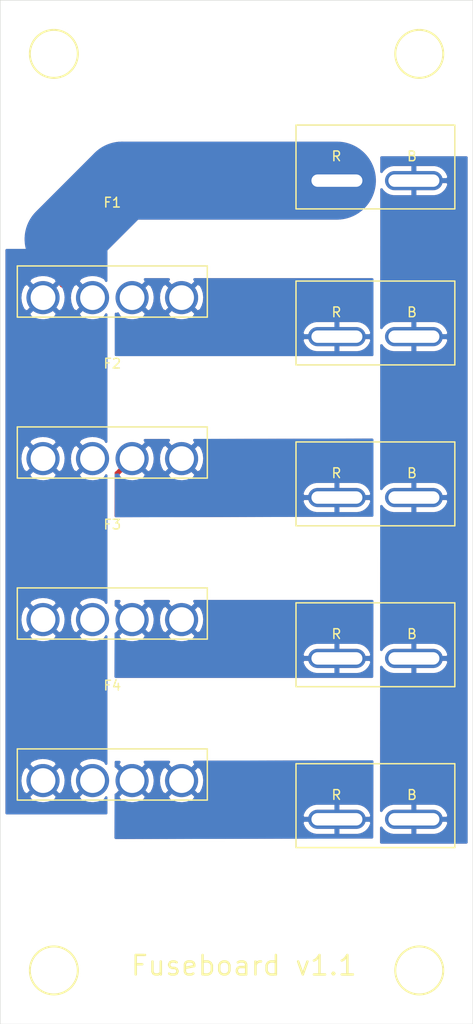
<source format=kicad_pcb>
(kicad_pcb (version 20171130) (host pcbnew 5.1.5-52549c5~84~ubuntu18.04.1)

  (general
    (thickness 1.6)
    (drawings 5)
    (tracks 5)
    (zones 0)
    (modules 13)
    (nets 7)
  )

  (page A4)
  (layers
    (0 F.Cu signal)
    (31 B.Cu signal)
    (32 B.Adhes user)
    (33 F.Adhes user)
    (34 B.Paste user)
    (35 F.Paste user)
    (36 B.SilkS user)
    (37 F.SilkS user)
    (38 B.Mask user)
    (39 F.Mask user)
    (40 Dwgs.User user)
    (41 Cmts.User user)
    (42 Eco1.User user)
    (43 Eco2.User user)
    (44 Edge.Cuts user)
    (45 Margin user)
    (46 B.CrtYd user)
    (47 F.CrtYd user)
    (48 B.Fab user)
    (49 F.Fab user)
  )

  (setup
    (last_trace_width 8)
    (user_trace_width 0.5)
    (user_trace_width 0.75)
    (user_trace_width 1)
    (user_trace_width 2)
    (user_trace_width 3)
    (user_trace_width 4)
    (user_trace_width 5)
    (user_trace_width 6)
    (user_trace_width 8)
    (user_trace_width 10)
    (trace_clearance 0.2)
    (zone_clearance 0.508)
    (zone_45_only no)
    (trace_min 0.2)
    (via_size 0.8)
    (via_drill 0.4)
    (via_min_size 0.4)
    (via_min_drill 0.3)
    (uvia_size 0.3)
    (uvia_drill 0.1)
    (uvias_allowed no)
    (uvia_min_size 0.2)
    (uvia_min_drill 0.1)
    (edge_width 0.05)
    (segment_width 0.2)
    (pcb_text_width 0.3)
    (pcb_text_size 1.5 1.5)
    (mod_edge_width 0.12)
    (mod_text_size 1 1)
    (mod_text_width 0.15)
    (pad_size 1.524 1.524)
    (pad_drill 0.762)
    (pad_to_mask_clearance 0.051)
    (solder_mask_min_width 0.25)
    (aux_axis_origin 0 0)
    (visible_elements FFFFFF7F)
    (pcbplotparams
      (layerselection 0x010fc_ffffffff)
      (usegerberextensions false)
      (usegerberattributes false)
      (usegerberadvancedattributes false)
      (creategerberjobfile false)
      (excludeedgelayer true)
      (linewidth 0.100000)
      (plotframeref false)
      (viasonmask false)
      (mode 1)
      (useauxorigin false)
      (hpglpennumber 1)
      (hpglpenspeed 20)
      (hpglpendiameter 15.000000)
      (psnegative false)
      (psa4output false)
      (plotreference false)
      (plotvalue false)
      (plotinvisibletext false)
      (padsonsilk false)
      (subtractmaskfromsilk false)
      (outputformat 1)
      (mirror false)
      (drillshape 0)
      (scaleselection 1)
      (outputdirectory "gerber"))
  )

  (net 0 "")
  (net 1 "Net-(F1-Pad1)")
  (net 2 "Net-(F1-Pad2)")
  (net 3 "Net-(F2-Pad2)")
  (net 4 "Net-(F3-Pad2)")
  (net 5 "Net-(F4-Pad2)")
  (net 6 "Net-(J1-Pad2)")

  (net_class Default "This is the default net class."
    (clearance 0.2)
    (trace_width 0.25)
    (via_dia 0.8)
    (via_drill 0.4)
    (uvia_dia 0.3)
    (uvia_drill 0.1)
    (add_net "Net-(F1-Pad1)")
    (add_net "Net-(F1-Pad2)")
    (add_net "Net-(F2-Pad2)")
    (add_net "Net-(F3-Pad2)")
    (add_net "Net-(F4-Pad2)")
    (add_net "Net-(J1-Pad2)")
  )

  (module homebrew:Anderson_1335G1_straight_two (layer F.Cu) (tedit 5E54AA6C) (tstamp 5CD384D9)
    (at 112 138.5)
    (path /5CD4D6BF)
    (fp_text reference J5 (at 0 3.75) (layer F.SilkS) hide
      (effects (font (size 1 1) (thickness 0.15)))
    )
    (fp_text value Anderson_two_redblack (at 0 -6.45 180) (layer F.Fab)
      (effects (font (size 1 1) (thickness 0.15)))
    )
    (fp_text user B (at 3.75 -2.5) (layer F.SilkS)
      (effects (font (size 1 1) (thickness 0.15)))
    )
    (fp_line (start -8.15 -5.7) (end 8.15 -5.7) (layer F.SilkS) (width 0.15))
    (fp_line (start -8.15 2.9) (end -8.15 -5.7) (layer F.SilkS) (width 0.15))
    (fp_line (start 8.15 2.9) (end -8.15 2.9) (layer F.SilkS) (width 0.15))
    (fp_line (start 8.15 -5.7) (end 8.15 2.9) (layer F.SilkS) (width 0.15))
    (fp_text user R (at -4 -2.5) (layer F.SilkS)
      (effects (font (size 1 1) (thickness 0.15)))
    )
    (pad 2 thru_hole oval (at 3.95 0) (size 5.93 1.97) (drill oval 5.23 1.27) (layers *.Cu *.Mask)
      (net 6 "Net-(J1-Pad2)"))
    (pad 1 thru_hole oval (at -3.95 0) (size 5.93 1.97) (drill oval 5.23 1.27) (layers *.Cu *.Mask)
      (net 5 "Net-(F4-Pad2)"))
  )

  (module homebrew:Anderson_1335G1_straight_two (layer F.Cu) (tedit 5E54AA6C) (tstamp 5CD38495)
    (at 112 122)
    (path /5CD4D259)
    (fp_text reference J4 (at 0 3.75) (layer F.SilkS) hide
      (effects (font (size 1 1) (thickness 0.15)))
    )
    (fp_text value Anderson_two_redblack (at 0 -6.45 180) (layer F.Fab)
      (effects (font (size 1 1) (thickness 0.15)))
    )
    (fp_text user B (at 3.75 -2.5) (layer F.SilkS)
      (effects (font (size 1 1) (thickness 0.15)))
    )
    (fp_line (start -8.15 -5.7) (end 8.15 -5.7) (layer F.SilkS) (width 0.15))
    (fp_line (start -8.15 2.9) (end -8.15 -5.7) (layer F.SilkS) (width 0.15))
    (fp_line (start 8.15 2.9) (end -8.15 2.9) (layer F.SilkS) (width 0.15))
    (fp_line (start 8.15 -5.7) (end 8.15 2.9) (layer F.SilkS) (width 0.15))
    (fp_text user R (at -4 -2.5) (layer F.SilkS)
      (effects (font (size 1 1) (thickness 0.15)))
    )
    (pad 2 thru_hole oval (at 3.95 0) (size 5.93 1.97) (drill oval 5.23 1.27) (layers *.Cu *.Mask)
      (net 6 "Net-(J1-Pad2)"))
    (pad 1 thru_hole oval (at -3.95 0) (size 5.93 1.97) (drill oval 5.23 1.27) (layers *.Cu *.Mask)
      (net 4 "Net-(F3-Pad2)"))
  )

  (module homebrew:Anderson_1335G1_straight_two (layer F.Cu) (tedit 5E54AA6C) (tstamp 5CD380E9)
    (at 112 105.5)
    (path /5CD4BE86)
    (fp_text reference J3 (at 0 3.75) (layer F.SilkS) hide
      (effects (font (size 1 1) (thickness 0.15)))
    )
    (fp_text value Anderson_two_redblack (at 0 -6.45 180) (layer F.Fab)
      (effects (font (size 1 1) (thickness 0.15)))
    )
    (fp_text user B (at 3.75 -2.5) (layer F.SilkS)
      (effects (font (size 1 1) (thickness 0.15)))
    )
    (fp_line (start -8.15 -5.7) (end 8.15 -5.7) (layer F.SilkS) (width 0.15))
    (fp_line (start -8.15 2.9) (end -8.15 -5.7) (layer F.SilkS) (width 0.15))
    (fp_line (start 8.15 2.9) (end -8.15 2.9) (layer F.SilkS) (width 0.15))
    (fp_line (start 8.15 -5.7) (end 8.15 2.9) (layer F.SilkS) (width 0.15))
    (fp_text user R (at -4 -2.5) (layer F.SilkS)
      (effects (font (size 1 1) (thickness 0.15)))
    )
    (pad 2 thru_hole oval (at 3.95 0) (size 5.93 1.97) (drill oval 5.23 1.27) (layers *.Cu *.Mask)
      (net 6 "Net-(J1-Pad2)"))
    (pad 1 thru_hole oval (at -3.95 0) (size 5.93 1.97) (drill oval 5.23 1.27) (layers *.Cu *.Mask)
      (net 3 "Net-(F2-Pad2)"))
  )

  (module homebrew:Anderson_1335G1_straight_two (layer F.Cu) (tedit 5E54AA6C) (tstamp 5CD380DD)
    (at 112 89)
    (path /5CD4AC45)
    (fp_text reference J2 (at 0 3.75) (layer F.SilkS) hide
      (effects (font (size 1 1) (thickness 0.15)))
    )
    (fp_text value Anderson_two_redblack (at 0 -6.45 180) (layer F.Fab)
      (effects (font (size 1 1) (thickness 0.15)))
    )
    (fp_text user B (at 3.75 -2.5) (layer F.SilkS)
      (effects (font (size 1 1) (thickness 0.15)))
    )
    (fp_line (start -8.15 -5.7) (end 8.15 -5.7) (layer F.SilkS) (width 0.15))
    (fp_line (start -8.15 2.9) (end -8.15 -5.7) (layer F.SilkS) (width 0.15))
    (fp_line (start 8.15 2.9) (end -8.15 2.9) (layer F.SilkS) (width 0.15))
    (fp_line (start 8.15 -5.7) (end 8.15 2.9) (layer F.SilkS) (width 0.15))
    (fp_text user R (at -4 -2.5) (layer F.SilkS)
      (effects (font (size 1 1) (thickness 0.15)))
    )
    (pad 2 thru_hole oval (at 3.95 0) (size 5.93 1.97) (drill oval 5.23 1.27) (layers *.Cu *.Mask)
      (net 6 "Net-(J1-Pad2)"))
    (pad 1 thru_hole oval (at -3.95 0) (size 5.93 1.97) (drill oval 5.23 1.27) (layers *.Cu *.Mask)
      (net 2 "Net-(F1-Pad2)"))
  )

  (module homebrew:Anderson_1335G1_straight_two (layer F.Cu) (tedit 5E54AA6C) (tstamp 5CD380D1)
    (at 112 73)
    (path /5CD4A100)
    (fp_text reference J1 (at 0 3.75) (layer F.SilkS) hide
      (effects (font (size 1 1) (thickness 0.15)))
    )
    (fp_text value Anderson_two_redblack (at 0 -6.45 180) (layer F.Fab)
      (effects (font (size 1 1) (thickness 0.15)))
    )
    (fp_text user B (at 3.75 -2.5) (layer F.SilkS)
      (effects (font (size 1 1) (thickness 0.15)))
    )
    (fp_line (start -8.15 -5.7) (end 8.15 -5.7) (layer F.SilkS) (width 0.15))
    (fp_line (start -8.15 2.9) (end -8.15 -5.7) (layer F.SilkS) (width 0.15))
    (fp_line (start 8.15 2.9) (end -8.15 2.9) (layer F.SilkS) (width 0.15))
    (fp_line (start 8.15 -5.7) (end 8.15 2.9) (layer F.SilkS) (width 0.15))
    (fp_text user R (at -4 -2.5) (layer F.SilkS)
      (effects (font (size 1 1) (thickness 0.15)))
    )
    (pad 2 thru_hole oval (at 3.95 0) (size 5.93 1.97) (drill oval 5.23 1.27) (layers *.Cu *.Mask)
      (net 6 "Net-(J1-Pad2)"))
    (pad 1 thru_hole oval (at -3.95 0) (size 5.93 1.97) (drill oval 5.23 1.27) (layers *.Cu *.Mask)
      (net 1 "Net-(F1-Pad1)"))
  )

  (module homebrew:FUSEHOLDER_ATC_Bk-6010 (layer F.Cu) (tedit 5B51676D) (tstamp 5CD380A5)
    (at 85 134.53)
    (path /5CD4CE76)
    (fp_text reference F4 (at 0 -9.75) (layer F.SilkS)
      (effects (font (size 1 1) (thickness 0.15)))
    )
    (fp_text value POWER_FUSE (at 0 -10.75) (layer F.Fab)
      (effects (font (size 1 1) (thickness 0.15)))
    )
    (fp_line (start -9.75 2) (end 9.75 2) (layer F.SilkS) (width 0.15))
    (fp_line (start -9.75 2) (end -9.75 -3.25) (layer F.SilkS) (width 0.15))
    (fp_line (start -9.75 -3.25) (end 9.75 -3.25) (layer F.SilkS) (width 0.15))
    (fp_line (start 9.75 -3.25) (end 9.75 2) (layer F.SilkS) (width 0.15))
    (pad 2 thru_hole circle (at 7.11 0) (size 3.4 3.4) (drill 2.54) (layers *.Cu *.Mask)
      (net 5 "Net-(F4-Pad2)"))
    (pad 1 thru_hole circle (at -7.11 0) (size 3.4 3.4) (drill 2.54) (layers *.Cu *.Mask)
      (net 1 "Net-(F1-Pad1)"))
    (pad 2 thru_hole circle (at 2.03 0) (size 3.4 3.4) (drill 2.54) (layers *.Cu *.Mask)
      (net 5 "Net-(F4-Pad2)"))
    (pad 1 thru_hole circle (at -2.03 0) (size 3.4 3.4) (drill 2.54) (layers *.Cu *.Mask)
      (net 1 "Net-(F1-Pad1)"))
  )

  (module homebrew:FUSEHOLDER_ATC_Bk-6010 (layer F.Cu) (tedit 5B51676D) (tstamp 5CD3809B)
    (at 85 118.02)
    (path /5CD4C703)
    (fp_text reference F3 (at 0 -9.75) (layer F.SilkS)
      (effects (font (size 1 1) (thickness 0.15)))
    )
    (fp_text value POWER_FUSE (at 0 -10.75) (layer F.Fab)
      (effects (font (size 1 1) (thickness 0.15)))
    )
    (fp_line (start -9.75 2) (end 9.75 2) (layer F.SilkS) (width 0.15))
    (fp_line (start -9.75 2) (end -9.75 -3.25) (layer F.SilkS) (width 0.15))
    (fp_line (start -9.75 -3.25) (end 9.75 -3.25) (layer F.SilkS) (width 0.15))
    (fp_line (start 9.75 -3.25) (end 9.75 2) (layer F.SilkS) (width 0.15))
    (pad 2 thru_hole circle (at 7.11 0) (size 3.4 3.4) (drill 2.54) (layers *.Cu *.Mask)
      (net 4 "Net-(F3-Pad2)"))
    (pad 1 thru_hole circle (at -7.11 0) (size 3.4 3.4) (drill 2.54) (layers *.Cu *.Mask)
      (net 1 "Net-(F1-Pad1)"))
    (pad 2 thru_hole circle (at 2.03 0) (size 3.4 3.4) (drill 2.54) (layers *.Cu *.Mask)
      (net 4 "Net-(F3-Pad2)"))
    (pad 1 thru_hole circle (at -2.03 0) (size 3.4 3.4) (drill 2.54) (layers *.Cu *.Mask)
      (net 1 "Net-(F1-Pad1)"))
  )

  (module homebrew:FUSEHOLDER_ATC_Bk-6010 (layer F.Cu) (tedit 5B51676D) (tstamp 5CD38091)
    (at 85 101.51)
    (path /5CD4BB7F)
    (fp_text reference F2 (at 0 -9.75) (layer F.SilkS)
      (effects (font (size 1 1) (thickness 0.15)))
    )
    (fp_text value POWER_FUSE (at 0 -10.75) (layer F.Fab)
      (effects (font (size 1 1) (thickness 0.15)))
    )
    (fp_line (start -9.75 2) (end 9.75 2) (layer F.SilkS) (width 0.15))
    (fp_line (start -9.75 2) (end -9.75 -3.25) (layer F.SilkS) (width 0.15))
    (fp_line (start -9.75 -3.25) (end 9.75 -3.25) (layer F.SilkS) (width 0.15))
    (fp_line (start 9.75 -3.25) (end 9.75 2) (layer F.SilkS) (width 0.15))
    (pad 2 thru_hole circle (at 7.11 0) (size 3.4 3.4) (drill 2.54) (layers *.Cu *.Mask)
      (net 3 "Net-(F2-Pad2)"))
    (pad 1 thru_hole circle (at -7.11 0) (size 3.4 3.4) (drill 2.54) (layers *.Cu *.Mask)
      (net 1 "Net-(F1-Pad1)"))
    (pad 2 thru_hole circle (at 2.03 0) (size 3.4 3.4) (drill 2.54) (layers *.Cu *.Mask)
      (net 3 "Net-(F2-Pad2)"))
    (pad 1 thru_hole circle (at -2.03 0) (size 3.4 3.4) (drill 2.54) (layers *.Cu *.Mask)
      (net 1 "Net-(F1-Pad1)"))
  )

  (module homebrew:FUSEHOLDER_ATC_Bk-6010 (layer F.Cu) (tedit 5B51676D) (tstamp 5CD38087)
    (at 85 85)
    (path /5CD4A729)
    (fp_text reference F1 (at 0 -9.75) (layer F.SilkS)
      (effects (font (size 1 1) (thickness 0.15)))
    )
    (fp_text value POWER_FUSE (at 0 -10.75) (layer F.Fab)
      (effects (font (size 1 1) (thickness 0.15)))
    )
    (fp_line (start -9.75 2) (end 9.75 2) (layer F.SilkS) (width 0.15))
    (fp_line (start -9.75 2) (end -9.75 -3.25) (layer F.SilkS) (width 0.15))
    (fp_line (start -9.75 -3.25) (end 9.75 -3.25) (layer F.SilkS) (width 0.15))
    (fp_line (start 9.75 -3.25) (end 9.75 2) (layer F.SilkS) (width 0.15))
    (pad 2 thru_hole circle (at 7.11 0) (size 3.4 3.4) (drill 2.54) (layers *.Cu *.Mask)
      (net 2 "Net-(F1-Pad2)"))
    (pad 1 thru_hole circle (at -7.11 0) (size 3.4 3.4) (drill 2.54) (layers *.Cu *.Mask)
      (net 1 "Net-(F1-Pad1)"))
    (pad 2 thru_hole circle (at 2.03 0) (size 3.4 3.4) (drill 2.54) (layers *.Cu *.Mask)
      (net 2 "Net-(F1-Pad2)"))
    (pad 1 thru_hole circle (at -2.03 0) (size 3.4 3.4) (drill 2.54) (layers *.Cu *.Mask)
      (net 1 "Net-(F1-Pad1)"))
  )

  (module homebrew:HOLE_M4 (layer F.Cu) (tedit 5AC2F5D3) (tstamp 5CD380AD)
    (at 79 154)
    (path /5CD388ED)
    (fp_text reference H1 (at 0 4.25) (layer F.SilkS) hide
      (effects (font (size 1 1) (thickness 0.15)))
    )
    (fp_text value HOLE (at 0 -4.5) (layer F.Fab) hide
      (effects (font (size 1 1) (thickness 0.15)))
    )
    (fp_circle (center 0 0) (end 0 4.5) (layer B.CrtYd) (width 0.15))
    (fp_circle (center 0 0) (end 0 4.5) (layer F.CrtYd) (width 0.15))
    (fp_circle (center 0 0) (end 1 2.25) (layer F.SilkS) (width 0.2))
    (pad "" np_thru_hole circle (at 0 0) (size 4.5 4.5) (drill 4.5) (layers *.Cu *.Mask)
      (clearance 2.2))
  )

  (module homebrew:HOLE_M4 (layer F.Cu) (tedit 5AC2F5D3) (tstamp 5CD380B5)
    (at 79 60)
    (path /5CD39232)
    (fp_text reference H2 (at 0 4.25) (layer F.SilkS) hide
      (effects (font (size 1 1) (thickness 0.15)))
    )
    (fp_text value HOLE (at 0 -4.5) (layer F.Fab) hide
      (effects (font (size 1 1) (thickness 0.15)))
    )
    (fp_circle (center 0 0) (end 1 2.25) (layer F.SilkS) (width 0.2))
    (fp_circle (center 0 0) (end 0 4.5) (layer F.CrtYd) (width 0.15))
    (fp_circle (center 0 0) (end 0 4.5) (layer B.CrtYd) (width 0.15))
    (pad "" np_thru_hole circle (at 0 0) (size 4.5 4.5) (drill 4.5) (layers *.Cu *.Mask)
      (clearance 2.2))
  )

  (module homebrew:HOLE_M4 (layer F.Cu) (tedit 5AC2F5D3) (tstamp 5CD380BD)
    (at 116.5 60)
    (path /5CD393CF)
    (fp_text reference H3 (at 0 4.25) (layer F.SilkS) hide
      (effects (font (size 1 1) (thickness 0.15)))
    )
    (fp_text value HOLE (at 0 -4.5) (layer F.Fab) hide
      (effects (font (size 1 1) (thickness 0.15)))
    )
    (fp_circle (center 0 0) (end 0 4.5) (layer B.CrtYd) (width 0.15))
    (fp_circle (center 0 0) (end 0 4.5) (layer F.CrtYd) (width 0.15))
    (fp_circle (center 0 0) (end 1 2.25) (layer F.SilkS) (width 0.2))
    (pad "" np_thru_hole circle (at 0 0) (size 4.5 4.5) (drill 4.5) (layers *.Cu *.Mask)
      (clearance 2.2))
  )

  (module homebrew:HOLE_M4 (layer F.Cu) (tedit 5AC2F5D3) (tstamp 5CD380C5)
    (at 116.5 154)
    (path /5CD39ABD)
    (fp_text reference H4 (at 0 4.25) (layer F.SilkS) hide
      (effects (font (size 1 1) (thickness 0.15)))
    )
    (fp_text value HOLE (at 0 -4.5) (layer F.Fab) hide
      (effects (font (size 1 1) (thickness 0.15)))
    )
    (fp_circle (center 0 0) (end 1 2.25) (layer F.SilkS) (width 0.2))
    (fp_circle (center 0 0) (end 0 4.5) (layer F.CrtYd) (width 0.15))
    (fp_circle (center 0 0) (end 0 4.5) (layer B.CrtYd) (width 0.15))
    (pad "" np_thru_hole circle (at 0 0) (size 4.5 4.5) (drill 4.5) (layers *.Cu *.Mask)
      (clearance 2.2))
  )

  (gr_text "Fuseboard v1.1" (at 98.5 153.5) (layer F.SilkS)
    (effects (font (size 2 2) (thickness 0.25)))
  )
  (gr_line (start 122 54.5) (end 73.5 54.5) (layer Edge.Cuts) (width 0.05))
  (gr_line (start 122 159.5) (end 122 54.5) (layer Edge.Cuts) (width 0.05))
  (gr_line (start 73.5 159.5) (end 122 159.5) (layer Edge.Cuts) (width 0.05))
  (gr_line (start 73.5 54.5) (end 73.5 159.5) (layer Edge.Cuts) (width 0.05))

  (segment (start 108.05 73) (end 86 73) (width 8) (layer F.Cu) (net 1))
  (segment (start 86 73) (end 80 79) (width 8) (layer F.Cu) (net 1))
  (segment (start 80 79) (end 80 83.5) (width 1) (layer F.Cu) (net 1))
  (segment (start 108.05 73) (end 86 73) (width 8) (layer B.Cu) (net 1))
  (segment (start 86 73) (end 80 79) (width 8) (layer B.Cu) (net 1))

  (zone (net 1) (net_name "Net-(F1-Pad1)") (layer F.Cu) (tstamp 0) (hatch edge 0.508)
    (connect_pads (clearance 0.508))
    (min_thickness 0.254)
    (fill yes (arc_segments 32) (thermal_gap 0.508) (thermal_bridge_width 0.508))
    (polygon
      (pts
        (xy 84.5 138) (xy 73.5 138) (xy 73.5 80) (xy 84.5 80)
      )
    )
    (filled_polygon
      (pts
        (xy 84.373 83.270021) (xy 84.244352 83.02994) (xy 83.835526 82.81918) (xy 83.393438 82.692228) (xy 82.935078 82.653963)
        (xy 82.47806 82.705854) (xy 82.039947 82.845908) (xy 81.695648 83.02994) (xy 81.515582 83.365977) (xy 82.97 84.820395)
        (xy 82.984143 84.806253) (xy 83.163748 84.985858) (xy 83.149605 85) (xy 83.163748 85.014143) (xy 82.984143 85.193748)
        (xy 82.97 85.179605) (xy 81.515582 86.634023) (xy 81.695648 86.97006) (xy 82.104474 87.18082) (xy 82.546562 87.307772)
        (xy 83.004922 87.346037) (xy 83.46194 87.294146) (xy 83.900053 87.154092) (xy 84.244352 86.97006) (xy 84.373 86.729979)
        (xy 84.373 99.780021) (xy 84.244352 99.53994) (xy 83.835526 99.32918) (xy 83.393438 99.202228) (xy 82.935078 99.163963)
        (xy 82.47806 99.215854) (xy 82.039947 99.355908) (xy 81.695648 99.53994) (xy 81.515582 99.875977) (xy 82.97 101.330395)
        (xy 82.984143 101.316253) (xy 83.163748 101.495858) (xy 83.149605 101.51) (xy 83.163748 101.524143) (xy 82.984143 101.703748)
        (xy 82.97 101.689605) (xy 81.515582 103.144023) (xy 81.695648 103.48006) (xy 82.104474 103.69082) (xy 82.546562 103.817772)
        (xy 83.004922 103.856037) (xy 83.46194 103.804146) (xy 83.900053 103.664092) (xy 84.244352 103.48006) (xy 84.373 103.239979)
        (xy 84.373 116.290021) (xy 84.244352 116.04994) (xy 83.835526 115.83918) (xy 83.393438 115.712228) (xy 82.935078 115.673963)
        (xy 82.47806 115.725854) (xy 82.039947 115.865908) (xy 81.695648 116.04994) (xy 81.515582 116.385977) (xy 82.97 117.840395)
        (xy 82.984143 117.826253) (xy 83.163748 118.005858) (xy 83.149605 118.02) (xy 83.163748 118.034143) (xy 82.984143 118.213748)
        (xy 82.97 118.199605) (xy 81.515582 119.654023) (xy 81.695648 119.99006) (xy 82.104474 120.20082) (xy 82.546562 120.327772)
        (xy 83.004922 120.366037) (xy 83.46194 120.314146) (xy 83.900053 120.174092) (xy 84.244352 119.99006) (xy 84.373 119.749979)
        (xy 84.373 132.800021) (xy 84.244352 132.55994) (xy 83.835526 132.34918) (xy 83.393438 132.222228) (xy 82.935078 132.183963)
        (xy 82.47806 132.235854) (xy 82.039947 132.375908) (xy 81.695648 132.55994) (xy 81.515582 132.895977) (xy 82.97 134.350395)
        (xy 82.984143 134.336253) (xy 83.163748 134.515858) (xy 83.149605 134.53) (xy 83.163748 134.544143) (xy 82.984143 134.723748)
        (xy 82.97 134.709605) (xy 81.515582 136.164023) (xy 81.695648 136.50006) (xy 82.104474 136.71082) (xy 82.546562 136.837772)
        (xy 83.004922 136.876037) (xy 83.46194 136.824146) (xy 83.900053 136.684092) (xy 84.244352 136.50006) (xy 84.373 136.259979)
        (xy 84.373 137.873) (xy 74.16 137.873) (xy 74.16 136.164023) (xy 76.435582 136.164023) (xy 76.615648 136.50006)
        (xy 77.024474 136.71082) (xy 77.466562 136.837772) (xy 77.924922 136.876037) (xy 78.38194 136.824146) (xy 78.820053 136.684092)
        (xy 79.164352 136.50006) (xy 79.344418 136.164023) (xy 77.89 134.709605) (xy 76.435582 136.164023) (xy 74.16 136.164023)
        (xy 74.16 134.564922) (xy 75.543963 134.564922) (xy 75.595854 135.02194) (xy 75.735908 135.460053) (xy 75.91994 135.804352)
        (xy 76.255977 135.984418) (xy 77.710395 134.53) (xy 78.069605 134.53) (xy 79.524023 135.984418) (xy 79.86006 135.804352)
        (xy 80.07082 135.395526) (xy 80.197772 134.953438) (xy 80.230206 134.564922) (xy 80.623963 134.564922) (xy 80.675854 135.02194)
        (xy 80.815908 135.460053) (xy 80.99994 135.804352) (xy 81.335977 135.984418) (xy 82.790395 134.53) (xy 81.335977 133.075582)
        (xy 80.99994 133.255648) (xy 80.78918 133.664474) (xy 80.662228 134.106562) (xy 80.623963 134.564922) (xy 80.230206 134.564922)
        (xy 80.236037 134.495078) (xy 80.184146 134.03806) (xy 80.044092 133.599947) (xy 79.86006 133.255648) (xy 79.524023 133.075582)
        (xy 78.069605 134.53) (xy 77.710395 134.53) (xy 76.255977 133.075582) (xy 75.91994 133.255648) (xy 75.70918 133.664474)
        (xy 75.582228 134.106562) (xy 75.543963 134.564922) (xy 74.16 134.564922) (xy 74.16 132.895977) (xy 76.435582 132.895977)
        (xy 77.89 134.350395) (xy 79.344418 132.895977) (xy 79.164352 132.55994) (xy 78.755526 132.34918) (xy 78.313438 132.222228)
        (xy 77.855078 132.183963) (xy 77.39806 132.235854) (xy 76.959947 132.375908) (xy 76.615648 132.55994) (xy 76.435582 132.895977)
        (xy 74.16 132.895977) (xy 74.16 119.654023) (xy 76.435582 119.654023) (xy 76.615648 119.99006) (xy 77.024474 120.20082)
        (xy 77.466562 120.327772) (xy 77.924922 120.366037) (xy 78.38194 120.314146) (xy 78.820053 120.174092) (xy 79.164352 119.99006)
        (xy 79.344418 119.654023) (xy 77.89 118.199605) (xy 76.435582 119.654023) (xy 74.16 119.654023) (xy 74.16 118.054922)
        (xy 75.543963 118.054922) (xy 75.595854 118.51194) (xy 75.735908 118.950053) (xy 75.91994 119.294352) (xy 76.255977 119.474418)
        (xy 77.710395 118.02) (xy 78.069605 118.02) (xy 79.524023 119.474418) (xy 79.86006 119.294352) (xy 80.07082 118.885526)
        (xy 80.197772 118.443438) (xy 80.230206 118.054922) (xy 80.623963 118.054922) (xy 80.675854 118.51194) (xy 80.815908 118.950053)
        (xy 80.99994 119.294352) (xy 81.335977 119.474418) (xy 82.790395 118.02) (xy 81.335977 116.565582) (xy 80.99994 116.745648)
        (xy 80.78918 117.154474) (xy 80.662228 117.596562) (xy 80.623963 118.054922) (xy 80.230206 118.054922) (xy 80.236037 117.985078)
        (xy 80.184146 117.52806) (xy 80.044092 117.089947) (xy 79.86006 116.745648) (xy 79.524023 116.565582) (xy 78.069605 118.02)
        (xy 77.710395 118.02) (xy 76.255977 116.565582) (xy 75.91994 116.745648) (xy 75.70918 117.154474) (xy 75.582228 117.596562)
        (xy 75.543963 118.054922) (xy 74.16 118.054922) (xy 74.16 116.385977) (xy 76.435582 116.385977) (xy 77.89 117.840395)
        (xy 79.344418 116.385977) (xy 79.164352 116.04994) (xy 78.755526 115.83918) (xy 78.313438 115.712228) (xy 77.855078 115.673963)
        (xy 77.39806 115.725854) (xy 76.959947 115.865908) (xy 76.615648 116.04994) (xy 76.435582 116.385977) (xy 74.16 116.385977)
        (xy 74.16 103.144023) (xy 76.435582 103.144023) (xy 76.615648 103.48006) (xy 77.024474 103.69082) (xy 77.466562 103.817772)
        (xy 77.924922 103.856037) (xy 78.38194 103.804146) (xy 78.820053 103.664092) (xy 79.164352 103.48006) (xy 79.344418 103.144023)
        (xy 77.89 101.689605) (xy 76.435582 103.144023) (xy 74.16 103.144023) (xy 74.16 101.544922) (xy 75.543963 101.544922)
        (xy 75.595854 102.00194) (xy 75.735908 102.440053) (xy 75.91994 102.784352) (xy 76.255977 102.964418) (xy 77.710395 101.51)
        (xy 78.069605 101.51) (xy 79.524023 102.964418) (xy 79.86006 102.784352) (xy 80.07082 102.375526) (xy 80.197772 101.933438)
        (xy 80.230206 101.544922) (xy 80.623963 101.544922) (xy 80.675854 102.00194) (xy 80.815908 102.440053) (xy 80.99994 102.784352)
        (xy 81.335977 102.964418) (xy 82.790395 101.51) (xy 81.335977 100.055582) (xy 80.99994 100.235648) (xy 80.78918 100.644474)
        (xy 80.662228 101.086562) (xy 80.623963 101.544922) (xy 80.230206 101.544922) (xy 80.236037 101.475078) (xy 80.184146 101.01806)
        (xy 80.044092 100.579947) (xy 79.86006 100.235648) (xy 79.524023 100.055582) (xy 78.069605 101.51) (xy 77.710395 101.51)
        (xy 76.255977 100.055582) (xy 75.91994 100.235648) (xy 75.70918 100.644474) (xy 75.582228 101.086562) (xy 75.543963 101.544922)
        (xy 74.16 101.544922) (xy 74.16 99.875977) (xy 76.435582 99.875977) (xy 77.89 101.330395) (xy 79.344418 99.875977)
        (xy 79.164352 99.53994) (xy 78.755526 99.32918) (xy 78.313438 99.202228) (xy 77.855078 99.163963) (xy 77.39806 99.215854)
        (xy 76.959947 99.355908) (xy 76.615648 99.53994) (xy 76.435582 99.875977) (xy 74.16 99.875977) (xy 74.16 86.634023)
        (xy 76.435582 86.634023) (xy 76.615648 86.97006) (xy 77.024474 87.18082) (xy 77.466562 87.307772) (xy 77.924922 87.346037)
        (xy 78.38194 87.294146) (xy 78.820053 87.154092) (xy 79.164352 86.97006) (xy 79.344418 86.634023) (xy 77.89 85.179605)
        (xy 76.435582 86.634023) (xy 74.16 86.634023) (xy 74.16 85.034922) (xy 75.543963 85.034922) (xy 75.595854 85.49194)
        (xy 75.735908 85.930053) (xy 75.91994 86.274352) (xy 76.255977 86.454418) (xy 77.710395 85) (xy 78.069605 85)
        (xy 79.524023 86.454418) (xy 79.86006 86.274352) (xy 80.07082 85.865526) (xy 80.197772 85.423438) (xy 80.230206 85.034922)
        (xy 80.623963 85.034922) (xy 80.675854 85.49194) (xy 80.815908 85.930053) (xy 80.99994 86.274352) (xy 81.335977 86.454418)
        (xy 82.790395 85) (xy 81.335977 83.545582) (xy 80.99994 83.725648) (xy 80.78918 84.134474) (xy 80.662228 84.576562)
        (xy 80.623963 85.034922) (xy 80.230206 85.034922) (xy 80.236037 84.965078) (xy 80.184146 84.50806) (xy 80.044092 84.069947)
        (xy 79.86006 83.725648) (xy 79.524023 83.545582) (xy 78.069605 85) (xy 77.710395 85) (xy 76.255977 83.545582)
        (xy 75.91994 83.725648) (xy 75.70918 84.134474) (xy 75.582228 84.576562) (xy 75.543963 85.034922) (xy 74.16 85.034922)
        (xy 74.16 83.365977) (xy 76.435582 83.365977) (xy 77.89 84.820395) (xy 79.344418 83.365977) (xy 79.164352 83.02994)
        (xy 78.755526 82.81918) (xy 78.313438 82.692228) (xy 77.855078 82.653963) (xy 77.39806 82.705854) (xy 76.959947 82.845908)
        (xy 76.615648 83.02994) (xy 76.435582 83.365977) (xy 74.16 83.365977) (xy 74.16 80.127) (xy 84.373 80.127)
      )
    )
  )
  (zone (net 1) (net_name "Net-(F1-Pad1)") (layer B.Cu) (tstamp 5E54B2C5) (hatch edge 0.508)
    (connect_pads (clearance 0.508))
    (min_thickness 0.254)
    (fill yes (arc_segments 32) (thermal_gap 0.508) (thermal_bridge_width 0.508))
    (polygon
      (pts
        (xy 84.5 138) (xy 73.5 138) (xy 73.5 80) (xy 84.5 80)
      )
    )
    (filled_polygon
      (pts
        (xy 84.373 83.270021) (xy 84.244352 83.02994) (xy 83.835526 82.81918) (xy 83.393438 82.692228) (xy 82.935078 82.653963)
        (xy 82.47806 82.705854) (xy 82.039947 82.845908) (xy 81.695648 83.02994) (xy 81.515582 83.365977) (xy 82.97 84.820395)
        (xy 82.984143 84.806253) (xy 83.163748 84.985858) (xy 83.149605 85) (xy 83.163748 85.014143) (xy 82.984143 85.193748)
        (xy 82.97 85.179605) (xy 81.515582 86.634023) (xy 81.695648 86.97006) (xy 82.104474 87.18082) (xy 82.546562 87.307772)
        (xy 83.004922 87.346037) (xy 83.46194 87.294146) (xy 83.900053 87.154092) (xy 84.244352 86.97006) (xy 84.373 86.729979)
        (xy 84.373 99.780021) (xy 84.244352 99.53994) (xy 83.835526 99.32918) (xy 83.393438 99.202228) (xy 82.935078 99.163963)
        (xy 82.47806 99.215854) (xy 82.039947 99.355908) (xy 81.695648 99.53994) (xy 81.515582 99.875977) (xy 82.97 101.330395)
        (xy 82.984143 101.316253) (xy 83.163748 101.495858) (xy 83.149605 101.51) (xy 83.163748 101.524143) (xy 82.984143 101.703748)
        (xy 82.97 101.689605) (xy 81.515582 103.144023) (xy 81.695648 103.48006) (xy 82.104474 103.69082) (xy 82.546562 103.817772)
        (xy 83.004922 103.856037) (xy 83.46194 103.804146) (xy 83.900053 103.664092) (xy 84.244352 103.48006) (xy 84.373 103.239979)
        (xy 84.373 116.290021) (xy 84.244352 116.04994) (xy 83.835526 115.83918) (xy 83.393438 115.712228) (xy 82.935078 115.673963)
        (xy 82.47806 115.725854) (xy 82.039947 115.865908) (xy 81.695648 116.04994) (xy 81.515582 116.385977) (xy 82.97 117.840395)
        (xy 82.984143 117.826253) (xy 83.163748 118.005858) (xy 83.149605 118.02) (xy 83.163748 118.034143) (xy 82.984143 118.213748)
        (xy 82.97 118.199605) (xy 81.515582 119.654023) (xy 81.695648 119.99006) (xy 82.104474 120.20082) (xy 82.546562 120.327772)
        (xy 83.004922 120.366037) (xy 83.46194 120.314146) (xy 83.900053 120.174092) (xy 84.244352 119.99006) (xy 84.373 119.749979)
        (xy 84.373 132.800021) (xy 84.244352 132.55994) (xy 83.835526 132.34918) (xy 83.393438 132.222228) (xy 82.935078 132.183963)
        (xy 82.47806 132.235854) (xy 82.039947 132.375908) (xy 81.695648 132.55994) (xy 81.515582 132.895977) (xy 82.97 134.350395)
        (xy 82.984143 134.336253) (xy 83.163748 134.515858) (xy 83.149605 134.53) (xy 83.163748 134.544143) (xy 82.984143 134.723748)
        (xy 82.97 134.709605) (xy 81.515582 136.164023) (xy 81.695648 136.50006) (xy 82.104474 136.71082) (xy 82.546562 136.837772)
        (xy 83.004922 136.876037) (xy 83.46194 136.824146) (xy 83.900053 136.684092) (xy 84.244352 136.50006) (xy 84.373 136.259979)
        (xy 84.373 137.873) (xy 74.16 137.873) (xy 74.16 136.164023) (xy 76.435582 136.164023) (xy 76.615648 136.50006)
        (xy 77.024474 136.71082) (xy 77.466562 136.837772) (xy 77.924922 136.876037) (xy 78.38194 136.824146) (xy 78.820053 136.684092)
        (xy 79.164352 136.50006) (xy 79.344418 136.164023) (xy 77.89 134.709605) (xy 76.435582 136.164023) (xy 74.16 136.164023)
        (xy 74.16 134.564922) (xy 75.543963 134.564922) (xy 75.595854 135.02194) (xy 75.735908 135.460053) (xy 75.91994 135.804352)
        (xy 76.255977 135.984418) (xy 77.710395 134.53) (xy 78.069605 134.53) (xy 79.524023 135.984418) (xy 79.86006 135.804352)
        (xy 80.07082 135.395526) (xy 80.197772 134.953438) (xy 80.230206 134.564922) (xy 80.623963 134.564922) (xy 80.675854 135.02194)
        (xy 80.815908 135.460053) (xy 80.99994 135.804352) (xy 81.335977 135.984418) (xy 82.790395 134.53) (xy 81.335977 133.075582)
        (xy 80.99994 133.255648) (xy 80.78918 133.664474) (xy 80.662228 134.106562) (xy 80.623963 134.564922) (xy 80.230206 134.564922)
        (xy 80.236037 134.495078) (xy 80.184146 134.03806) (xy 80.044092 133.599947) (xy 79.86006 133.255648) (xy 79.524023 133.075582)
        (xy 78.069605 134.53) (xy 77.710395 134.53) (xy 76.255977 133.075582) (xy 75.91994 133.255648) (xy 75.70918 133.664474)
        (xy 75.582228 134.106562) (xy 75.543963 134.564922) (xy 74.16 134.564922) (xy 74.16 132.895977) (xy 76.435582 132.895977)
        (xy 77.89 134.350395) (xy 79.344418 132.895977) (xy 79.164352 132.55994) (xy 78.755526 132.34918) (xy 78.313438 132.222228)
        (xy 77.855078 132.183963) (xy 77.39806 132.235854) (xy 76.959947 132.375908) (xy 76.615648 132.55994) (xy 76.435582 132.895977)
        (xy 74.16 132.895977) (xy 74.16 119.654023) (xy 76.435582 119.654023) (xy 76.615648 119.99006) (xy 77.024474 120.20082)
        (xy 77.466562 120.327772) (xy 77.924922 120.366037) (xy 78.38194 120.314146) (xy 78.820053 120.174092) (xy 79.164352 119.99006)
        (xy 79.344418 119.654023) (xy 77.89 118.199605) (xy 76.435582 119.654023) (xy 74.16 119.654023) (xy 74.16 118.054922)
        (xy 75.543963 118.054922) (xy 75.595854 118.51194) (xy 75.735908 118.950053) (xy 75.91994 119.294352) (xy 76.255977 119.474418)
        (xy 77.710395 118.02) (xy 78.069605 118.02) (xy 79.524023 119.474418) (xy 79.86006 119.294352) (xy 80.07082 118.885526)
        (xy 80.197772 118.443438) (xy 80.230206 118.054922) (xy 80.623963 118.054922) (xy 80.675854 118.51194) (xy 80.815908 118.950053)
        (xy 80.99994 119.294352) (xy 81.335977 119.474418) (xy 82.790395 118.02) (xy 81.335977 116.565582) (xy 80.99994 116.745648)
        (xy 80.78918 117.154474) (xy 80.662228 117.596562) (xy 80.623963 118.054922) (xy 80.230206 118.054922) (xy 80.236037 117.985078)
        (xy 80.184146 117.52806) (xy 80.044092 117.089947) (xy 79.86006 116.745648) (xy 79.524023 116.565582) (xy 78.069605 118.02)
        (xy 77.710395 118.02) (xy 76.255977 116.565582) (xy 75.91994 116.745648) (xy 75.70918 117.154474) (xy 75.582228 117.596562)
        (xy 75.543963 118.054922) (xy 74.16 118.054922) (xy 74.16 116.385977) (xy 76.435582 116.385977) (xy 77.89 117.840395)
        (xy 79.344418 116.385977) (xy 79.164352 116.04994) (xy 78.755526 115.83918) (xy 78.313438 115.712228) (xy 77.855078 115.673963)
        (xy 77.39806 115.725854) (xy 76.959947 115.865908) (xy 76.615648 116.04994) (xy 76.435582 116.385977) (xy 74.16 116.385977)
        (xy 74.16 103.144023) (xy 76.435582 103.144023) (xy 76.615648 103.48006) (xy 77.024474 103.69082) (xy 77.466562 103.817772)
        (xy 77.924922 103.856037) (xy 78.38194 103.804146) (xy 78.820053 103.664092) (xy 79.164352 103.48006) (xy 79.344418 103.144023)
        (xy 77.89 101.689605) (xy 76.435582 103.144023) (xy 74.16 103.144023) (xy 74.16 101.544922) (xy 75.543963 101.544922)
        (xy 75.595854 102.00194) (xy 75.735908 102.440053) (xy 75.91994 102.784352) (xy 76.255977 102.964418) (xy 77.710395 101.51)
        (xy 78.069605 101.51) (xy 79.524023 102.964418) (xy 79.86006 102.784352) (xy 80.07082 102.375526) (xy 80.197772 101.933438)
        (xy 80.230206 101.544922) (xy 80.623963 101.544922) (xy 80.675854 102.00194) (xy 80.815908 102.440053) (xy 80.99994 102.784352)
        (xy 81.335977 102.964418) (xy 82.790395 101.51) (xy 81.335977 100.055582) (xy 80.99994 100.235648) (xy 80.78918 100.644474)
        (xy 80.662228 101.086562) (xy 80.623963 101.544922) (xy 80.230206 101.544922) (xy 80.236037 101.475078) (xy 80.184146 101.01806)
        (xy 80.044092 100.579947) (xy 79.86006 100.235648) (xy 79.524023 100.055582) (xy 78.069605 101.51) (xy 77.710395 101.51)
        (xy 76.255977 100.055582) (xy 75.91994 100.235648) (xy 75.70918 100.644474) (xy 75.582228 101.086562) (xy 75.543963 101.544922)
        (xy 74.16 101.544922) (xy 74.16 99.875977) (xy 76.435582 99.875977) (xy 77.89 101.330395) (xy 79.344418 99.875977)
        (xy 79.164352 99.53994) (xy 78.755526 99.32918) (xy 78.313438 99.202228) (xy 77.855078 99.163963) (xy 77.39806 99.215854)
        (xy 76.959947 99.355908) (xy 76.615648 99.53994) (xy 76.435582 99.875977) (xy 74.16 99.875977) (xy 74.16 86.634023)
        (xy 76.435582 86.634023) (xy 76.615648 86.97006) (xy 77.024474 87.18082) (xy 77.466562 87.307772) (xy 77.924922 87.346037)
        (xy 78.38194 87.294146) (xy 78.820053 87.154092) (xy 79.164352 86.97006) (xy 79.344418 86.634023) (xy 77.89 85.179605)
        (xy 76.435582 86.634023) (xy 74.16 86.634023) (xy 74.16 85.034922) (xy 75.543963 85.034922) (xy 75.595854 85.49194)
        (xy 75.735908 85.930053) (xy 75.91994 86.274352) (xy 76.255977 86.454418) (xy 77.710395 85) (xy 78.069605 85)
        (xy 79.524023 86.454418) (xy 79.86006 86.274352) (xy 80.07082 85.865526) (xy 80.197772 85.423438) (xy 80.230206 85.034922)
        (xy 80.623963 85.034922) (xy 80.675854 85.49194) (xy 80.815908 85.930053) (xy 80.99994 86.274352) (xy 81.335977 86.454418)
        (xy 82.790395 85) (xy 81.335977 83.545582) (xy 80.99994 83.725648) (xy 80.78918 84.134474) (xy 80.662228 84.576562)
        (xy 80.623963 85.034922) (xy 80.230206 85.034922) (xy 80.236037 84.965078) (xy 80.184146 84.50806) (xy 80.044092 84.069947)
        (xy 79.86006 83.725648) (xy 79.524023 83.545582) (xy 78.069605 85) (xy 77.710395 85) (xy 76.255977 83.545582)
        (xy 75.91994 83.725648) (xy 75.70918 84.134474) (xy 75.582228 84.576562) (xy 75.543963 85.034922) (xy 74.16 85.034922)
        (xy 74.16 83.365977) (xy 76.435582 83.365977) (xy 77.89 84.820395) (xy 79.344418 83.365977) (xy 79.164352 83.02994)
        (xy 78.755526 82.81918) (xy 78.313438 82.692228) (xy 77.855078 82.653963) (xy 77.39806 82.705854) (xy 76.959947 82.845908)
        (xy 76.615648 83.02994) (xy 76.435582 83.365977) (xy 74.16 83.365977) (xy 74.16 80.127) (xy 84.373 80.127)
      )
    )
  )
  (zone (net 2) (net_name "Net-(F1-Pad2)") (layer F.Cu) (tstamp 0) (hatch edge 0.508)
    (connect_pads (clearance 0.508))
    (min_thickness 0.254)
    (fill yes (arc_segments 32) (thermal_gap 0.508) (thermal_bridge_width 0.508))
    (polygon
      (pts
        (xy 111.8 91) (xy 85.25 91) (xy 85.25 83) (xy 111.8 83)
      )
    )
    (filled_polygon
      (pts
        (xy 90.655582 83.365977) (xy 92.11 84.820395) (xy 93.564418 83.365977) (xy 93.436362 83.127) (xy 111.673 83.127)
        (xy 111.673 90.873) (xy 85.377 90.873) (xy 85.377 89.37808) (xy 104.494737 89.37808) (xy 104.524714 89.502614)
        (xy 104.652461 89.794427) (xy 104.834684 90.05571) (xy 105.064379 90.276423) (xy 105.33272 90.448084) (xy 105.629394 90.564096)
        (xy 105.943 90.62) (xy 107.923 90.62) (xy 107.923 89.127) (xy 108.177 89.127) (xy 108.177 90.62)
        (xy 110.157 90.62) (xy 110.470606 90.564096) (xy 110.76728 90.448084) (xy 111.035621 90.276423) (xy 111.265316 90.05571)
        (xy 111.447539 89.794427) (xy 111.575286 89.502614) (xy 111.605263 89.37808) (xy 111.485721 89.127) (xy 108.177 89.127)
        (xy 107.923 89.127) (xy 104.614279 89.127) (xy 104.494737 89.37808) (xy 85.377 89.37808) (xy 85.377 88.62192)
        (xy 104.494737 88.62192) (xy 104.614279 88.873) (xy 107.923 88.873) (xy 107.923 87.38) (xy 108.177 87.38)
        (xy 108.177 88.873) (xy 111.485721 88.873) (xy 111.605263 88.62192) (xy 111.575286 88.497386) (xy 111.447539 88.205573)
        (xy 111.265316 87.94429) (xy 111.035621 87.723577) (xy 110.76728 87.551916) (xy 110.470606 87.435904) (xy 110.157 87.38)
        (xy 108.177 87.38) (xy 107.923 87.38) (xy 105.943 87.38) (xy 105.629394 87.435904) (xy 105.33272 87.551916)
        (xy 105.064379 87.723577) (xy 104.834684 87.94429) (xy 104.652461 88.205573) (xy 104.524714 88.497386) (xy 104.494737 88.62192)
        (xy 85.377 88.62192) (xy 85.377 86.664298) (xy 85.461155 86.748453) (xy 85.575583 86.634025) (xy 85.755648 86.97006)
        (xy 86.164474 87.18082) (xy 86.606562 87.307772) (xy 87.064922 87.346037) (xy 87.52194 87.294146) (xy 87.960053 87.154092)
        (xy 88.304352 86.97006) (xy 88.484418 86.634023) (xy 90.655582 86.634023) (xy 90.835648 86.97006) (xy 91.244474 87.18082)
        (xy 91.686562 87.307772) (xy 92.144922 87.346037) (xy 92.60194 87.294146) (xy 93.040053 87.154092) (xy 93.384352 86.97006)
        (xy 93.564418 86.634023) (xy 92.11 85.179605) (xy 90.655582 86.634023) (xy 88.484418 86.634023) (xy 87.03 85.179605)
        (xy 87.015858 85.193748) (xy 86.836253 85.014143) (xy 86.850395 85) (xy 87.209605 85) (xy 88.664023 86.454418)
        (xy 89.00006 86.274352) (xy 89.21082 85.865526) (xy 89.337772 85.423438) (xy 89.370206 85.034922) (xy 89.763963 85.034922)
        (xy 89.815854 85.49194) (xy 89.955908 85.930053) (xy 90.13994 86.274352) (xy 90.475977 86.454418) (xy 91.930395 85)
        (xy 92.289605 85) (xy 93.744023 86.454418) (xy 94.08006 86.274352) (xy 94.29082 85.865526) (xy 94.417772 85.423438)
        (xy 94.456037 84.965078) (xy 94.404146 84.50806) (xy 94.264092 84.069947) (xy 94.08006 83.725648) (xy 93.744023 83.545582)
        (xy 92.289605 85) (xy 91.930395 85) (xy 90.475977 83.545582) (xy 90.13994 83.725648) (xy 89.92918 84.134474)
        (xy 89.802228 84.576562) (xy 89.763963 85.034922) (xy 89.370206 85.034922) (xy 89.376037 84.965078) (xy 89.324146 84.50806)
        (xy 89.184092 84.069947) (xy 89.00006 83.725648) (xy 88.664023 83.545582) (xy 87.209605 85) (xy 86.850395 85)
        (xy 86.836253 84.985858) (xy 87.015858 84.806253) (xy 87.03 84.820395) (xy 88.484418 83.365977) (xy 88.356362 83.127)
        (xy 90.783638 83.127)
      )
    )
  )
  (zone (net 2) (net_name "Net-(F1-Pad2)") (layer B.Cu) (tstamp 5E54B356) (hatch edge 0.508)
    (connect_pads (clearance 0.508))
    (min_thickness 0.254)
    (fill yes (arc_segments 32) (thermal_gap 0.508) (thermal_bridge_width 0.508))
    (polygon
      (pts
        (xy 111.8 91) (xy 85.25 91) (xy 85.25 83) (xy 111.8 83)
      )
    )
    (filled_polygon
      (pts
        (xy 90.655582 83.365977) (xy 92.11 84.820395) (xy 93.564418 83.365977) (xy 93.436362 83.127) (xy 111.673 83.127)
        (xy 111.673 90.873) (xy 85.377 90.873) (xy 85.377 89.37808) (xy 104.494737 89.37808) (xy 104.524714 89.502614)
        (xy 104.652461 89.794427) (xy 104.834684 90.05571) (xy 105.064379 90.276423) (xy 105.33272 90.448084) (xy 105.629394 90.564096)
        (xy 105.943 90.62) (xy 107.923 90.62) (xy 107.923 89.127) (xy 108.177 89.127) (xy 108.177 90.62)
        (xy 110.157 90.62) (xy 110.470606 90.564096) (xy 110.76728 90.448084) (xy 111.035621 90.276423) (xy 111.265316 90.05571)
        (xy 111.447539 89.794427) (xy 111.575286 89.502614) (xy 111.605263 89.37808) (xy 111.485721 89.127) (xy 108.177 89.127)
        (xy 107.923 89.127) (xy 104.614279 89.127) (xy 104.494737 89.37808) (xy 85.377 89.37808) (xy 85.377 88.62192)
        (xy 104.494737 88.62192) (xy 104.614279 88.873) (xy 107.923 88.873) (xy 107.923 87.38) (xy 108.177 87.38)
        (xy 108.177 88.873) (xy 111.485721 88.873) (xy 111.605263 88.62192) (xy 111.575286 88.497386) (xy 111.447539 88.205573)
        (xy 111.265316 87.94429) (xy 111.035621 87.723577) (xy 110.76728 87.551916) (xy 110.470606 87.435904) (xy 110.157 87.38)
        (xy 108.177 87.38) (xy 107.923 87.38) (xy 105.943 87.38) (xy 105.629394 87.435904) (xy 105.33272 87.551916)
        (xy 105.064379 87.723577) (xy 104.834684 87.94429) (xy 104.652461 88.205573) (xy 104.524714 88.497386) (xy 104.494737 88.62192)
        (xy 85.377 88.62192) (xy 85.377 86.664298) (xy 85.461155 86.748453) (xy 85.575583 86.634025) (xy 85.755648 86.97006)
        (xy 86.164474 87.18082) (xy 86.606562 87.307772) (xy 87.064922 87.346037) (xy 87.52194 87.294146) (xy 87.960053 87.154092)
        (xy 88.304352 86.97006) (xy 88.484418 86.634023) (xy 90.655582 86.634023) (xy 90.835648 86.97006) (xy 91.244474 87.18082)
        (xy 91.686562 87.307772) (xy 92.144922 87.346037) (xy 92.60194 87.294146) (xy 93.040053 87.154092) (xy 93.384352 86.97006)
        (xy 93.564418 86.634023) (xy 92.11 85.179605) (xy 90.655582 86.634023) (xy 88.484418 86.634023) (xy 87.03 85.179605)
        (xy 87.015858 85.193748) (xy 86.836253 85.014143) (xy 86.850395 85) (xy 87.209605 85) (xy 88.664023 86.454418)
        (xy 89.00006 86.274352) (xy 89.21082 85.865526) (xy 89.337772 85.423438) (xy 89.370206 85.034922) (xy 89.763963 85.034922)
        (xy 89.815854 85.49194) (xy 89.955908 85.930053) (xy 90.13994 86.274352) (xy 90.475977 86.454418) (xy 91.930395 85)
        (xy 92.289605 85) (xy 93.744023 86.454418) (xy 94.08006 86.274352) (xy 94.29082 85.865526) (xy 94.417772 85.423438)
        (xy 94.456037 84.965078) (xy 94.404146 84.50806) (xy 94.264092 84.069947) (xy 94.08006 83.725648) (xy 93.744023 83.545582)
        (xy 92.289605 85) (xy 91.930395 85) (xy 90.475977 83.545582) (xy 90.13994 83.725648) (xy 89.92918 84.134474)
        (xy 89.802228 84.576562) (xy 89.763963 85.034922) (xy 89.370206 85.034922) (xy 89.376037 84.965078) (xy 89.324146 84.50806)
        (xy 89.184092 84.069947) (xy 89.00006 83.725648) (xy 88.664023 83.545582) (xy 87.209605 85) (xy 86.850395 85)
        (xy 86.836253 84.985858) (xy 87.015858 84.806253) (xy 87.03 84.820395) (xy 88.484418 83.365977) (xy 88.356362 83.127)
        (xy 90.783638 83.127)
      )
    )
  )
  (zone (net 6) (net_name "Net-(J1-Pad2)") (layer F.Cu) (tstamp 0) (hatch edge 0.508)
    (connect_pads (clearance 0.508))
    (min_thickness 0.254)
    (fill yes (arc_segments 32) (thermal_gap 0.508) (thermal_bridge_width 0.508))
    (polygon
      (pts
        (xy 121.725 141) (xy 112.475 141) (xy 112.5 70.5) (xy 121.75 70.5)
      )
    )
    (filled_polygon
      (pts
        (xy 121.34 140.873) (xy 112.602045 140.873) (xy 112.602579 139.36629) (xy 112.734684 139.55571) (xy 112.964379 139.776423)
        (xy 113.23272 139.948084) (xy 113.529394 140.064096) (xy 113.843 140.12) (xy 115.823 140.12) (xy 115.823 138.627)
        (xy 116.077 138.627) (xy 116.077 140.12) (xy 118.057 140.12) (xy 118.370606 140.064096) (xy 118.66728 139.948084)
        (xy 118.935621 139.776423) (xy 119.165316 139.55571) (xy 119.347539 139.294427) (xy 119.475286 139.002614) (xy 119.505263 138.87808)
        (xy 119.385721 138.627) (xy 116.077 138.627) (xy 115.823 138.627) (xy 115.803 138.627) (xy 115.803 138.373)
        (xy 115.823 138.373) (xy 115.823 136.88) (xy 116.077 136.88) (xy 116.077 138.373) (xy 119.385721 138.373)
        (xy 119.505263 138.12192) (xy 119.475286 137.997386) (xy 119.347539 137.705573) (xy 119.165316 137.44429) (xy 118.935621 137.223577)
        (xy 118.66728 137.051916) (xy 118.370606 136.935904) (xy 118.057 136.88) (xy 116.077 136.88) (xy 115.823 136.88)
        (xy 113.843 136.88) (xy 113.529394 136.935904) (xy 113.23272 137.051916) (xy 112.964379 137.223577) (xy 112.734684 137.44429)
        (xy 112.603194 137.632829) (xy 112.608427 122.874675) (xy 112.734684 123.05571) (xy 112.964379 123.276423) (xy 113.23272 123.448084)
        (xy 113.529394 123.564096) (xy 113.843 123.62) (xy 115.823 123.62) (xy 115.823 122.127) (xy 116.077 122.127)
        (xy 116.077 123.62) (xy 118.057 123.62) (xy 118.370606 123.564096) (xy 118.66728 123.448084) (xy 118.935621 123.276423)
        (xy 119.165316 123.05571) (xy 119.347539 122.794427) (xy 119.475286 122.502614) (xy 119.505263 122.37808) (xy 119.385721 122.127)
        (xy 116.077 122.127) (xy 115.823 122.127) (xy 115.803 122.127) (xy 115.803 121.873) (xy 115.823 121.873)
        (xy 115.823 120.38) (xy 116.077 120.38) (xy 116.077 121.873) (xy 119.385721 121.873) (xy 119.505263 121.62192)
        (xy 119.475286 121.497386) (xy 119.347539 121.205573) (xy 119.165316 120.94429) (xy 118.935621 120.723577) (xy 118.66728 120.551916)
        (xy 118.370606 120.435904) (xy 118.057 120.38) (xy 116.077 120.38) (xy 115.823 120.38) (xy 113.843 120.38)
        (xy 113.529394 120.435904) (xy 113.23272 120.551916) (xy 112.964379 120.723577) (xy 112.734684 120.94429) (xy 112.609048 121.124435)
        (xy 112.614276 106.383061) (xy 112.734684 106.55571) (xy 112.964379 106.776423) (xy 113.23272 106.948084) (xy 113.529394 107.064096)
        (xy 113.843 107.12) (xy 115.823 107.12) (xy 115.823 105.627) (xy 116.077 105.627) (xy 116.077 107.12)
        (xy 118.057 107.12) (xy 118.370606 107.064096) (xy 118.66728 106.948084) (xy 118.935621 106.776423) (xy 119.165316 106.55571)
        (xy 119.347539 106.294427) (xy 119.475286 106.002614) (xy 119.505263 105.87808) (xy 119.385721 105.627) (xy 116.077 105.627)
        (xy 115.823 105.627) (xy 115.803 105.627) (xy 115.803 105.373) (xy 115.823 105.373) (xy 115.823 103.88)
        (xy 116.077 103.88) (xy 116.077 105.373) (xy 119.385721 105.373) (xy 119.505263 105.12192) (xy 119.475286 104.997386)
        (xy 119.347539 104.705573) (xy 119.165316 104.44429) (xy 118.935621 104.223577) (xy 118.66728 104.051916) (xy 118.370606 103.935904)
        (xy 118.057 103.88) (xy 116.077 103.88) (xy 115.823 103.88) (xy 113.843 103.88) (xy 113.529394 103.935904)
        (xy 113.23272 104.051916) (xy 112.964379 104.223577) (xy 112.734684 104.44429) (xy 112.614902 104.616041) (xy 112.620124 89.891446)
        (xy 112.734684 90.05571) (xy 112.964379 90.276423) (xy 113.23272 90.448084) (xy 113.529394 90.564096) (xy 113.843 90.62)
        (xy 115.823 90.62) (xy 115.823 89.127) (xy 116.077 89.127) (xy 116.077 90.62) (xy 118.057 90.62)
        (xy 118.370606 90.564096) (xy 118.66728 90.448084) (xy 118.935621 90.276423) (xy 119.165316 90.05571) (xy 119.347539 89.794427)
        (xy 119.475286 89.502614) (xy 119.505263 89.37808) (xy 119.385721 89.127) (xy 116.077 89.127) (xy 115.823 89.127)
        (xy 115.803 89.127) (xy 115.803 88.873) (xy 115.823 88.873) (xy 115.823 87.38) (xy 116.077 87.38)
        (xy 116.077 88.873) (xy 119.385721 88.873) (xy 119.505263 88.62192) (xy 119.475286 88.497386) (xy 119.347539 88.205573)
        (xy 119.165316 87.94429) (xy 118.935621 87.723577) (xy 118.66728 87.551916) (xy 118.370606 87.435904) (xy 118.057 87.38)
        (xy 116.077 87.38) (xy 115.823 87.38) (xy 113.843 87.38) (xy 113.529394 87.435904) (xy 113.23272 87.551916)
        (xy 112.964379 87.723577) (xy 112.734684 87.94429) (xy 112.620756 88.107647) (xy 112.625795 73.899577) (xy 112.734684 74.05571)
        (xy 112.964379 74.276423) (xy 113.23272 74.448084) (xy 113.529394 74.564096) (xy 113.843 74.62) (xy 115.823 74.62)
        (xy 115.823 73.127) (xy 116.077 73.127) (xy 116.077 74.62) (xy 118.057 74.62) (xy 118.370606 74.564096)
        (xy 118.66728 74.448084) (xy 118.935621 74.276423) (xy 119.165316 74.05571) (xy 119.347539 73.794427) (xy 119.475286 73.502614)
        (xy 119.505263 73.37808) (xy 119.385721 73.127) (xy 116.077 73.127) (xy 115.823 73.127) (xy 115.803 73.127)
        (xy 115.803 72.873) (xy 115.823 72.873) (xy 115.823 71.38) (xy 116.077 71.38) (xy 116.077 72.873)
        (xy 119.385721 72.873) (xy 119.505263 72.62192) (xy 119.475286 72.497386) (xy 119.347539 72.205573) (xy 119.165316 71.94429)
        (xy 118.935621 71.723577) (xy 118.66728 71.551916) (xy 118.370606 71.435904) (xy 118.057 71.38) (xy 116.077 71.38)
        (xy 115.823 71.38) (xy 113.843 71.38) (xy 113.529394 71.435904) (xy 113.23272 71.551916) (xy 112.964379 71.723577)
        (xy 112.734684 71.94429) (xy 112.626433 72.099508) (xy 112.626955 70.627) (xy 121.340001 70.627)
      )
    )
  )
  (zone (net 6) (net_name "Net-(J1-Pad2)") (layer B.Cu) (tstamp 5E54B3C7) (hatch edge 0.508)
    (connect_pads (clearance 0.508))
    (min_thickness 0.254)
    (fill yes (arc_segments 32) (thermal_gap 0.508) (thermal_bridge_width 0.508))
    (polygon
      (pts
        (xy 121.725 141) (xy 112.475 141) (xy 112.5 70.5) (xy 121.75 70.5)
      )
    )
    (filled_polygon
      (pts
        (xy 121.34 140.873) (xy 112.602045 140.873) (xy 112.602579 139.36629) (xy 112.734684 139.55571) (xy 112.964379 139.776423)
        (xy 113.23272 139.948084) (xy 113.529394 140.064096) (xy 113.843 140.12) (xy 115.823 140.12) (xy 115.823 138.627)
        (xy 116.077 138.627) (xy 116.077 140.12) (xy 118.057 140.12) (xy 118.370606 140.064096) (xy 118.66728 139.948084)
        (xy 118.935621 139.776423) (xy 119.165316 139.55571) (xy 119.347539 139.294427) (xy 119.475286 139.002614) (xy 119.505263 138.87808)
        (xy 119.385721 138.627) (xy 116.077 138.627) (xy 115.823 138.627) (xy 115.803 138.627) (xy 115.803 138.373)
        (xy 115.823 138.373) (xy 115.823 136.88) (xy 116.077 136.88) (xy 116.077 138.373) (xy 119.385721 138.373)
        (xy 119.505263 138.12192) (xy 119.475286 137.997386) (xy 119.347539 137.705573) (xy 119.165316 137.44429) (xy 118.935621 137.223577)
        (xy 118.66728 137.051916) (xy 118.370606 136.935904) (xy 118.057 136.88) (xy 116.077 136.88) (xy 115.823 136.88)
        (xy 113.843 136.88) (xy 113.529394 136.935904) (xy 113.23272 137.051916) (xy 112.964379 137.223577) (xy 112.734684 137.44429)
        (xy 112.603194 137.632829) (xy 112.608427 122.874675) (xy 112.734684 123.05571) (xy 112.964379 123.276423) (xy 113.23272 123.448084)
        (xy 113.529394 123.564096) (xy 113.843 123.62) (xy 115.823 123.62) (xy 115.823 122.127) (xy 116.077 122.127)
        (xy 116.077 123.62) (xy 118.057 123.62) (xy 118.370606 123.564096) (xy 118.66728 123.448084) (xy 118.935621 123.276423)
        (xy 119.165316 123.05571) (xy 119.347539 122.794427) (xy 119.475286 122.502614) (xy 119.505263 122.37808) (xy 119.385721 122.127)
        (xy 116.077 122.127) (xy 115.823 122.127) (xy 115.803 122.127) (xy 115.803 121.873) (xy 115.823 121.873)
        (xy 115.823 120.38) (xy 116.077 120.38) (xy 116.077 121.873) (xy 119.385721 121.873) (xy 119.505263 121.62192)
        (xy 119.475286 121.497386) (xy 119.347539 121.205573) (xy 119.165316 120.94429) (xy 118.935621 120.723577) (xy 118.66728 120.551916)
        (xy 118.370606 120.435904) (xy 118.057 120.38) (xy 116.077 120.38) (xy 115.823 120.38) (xy 113.843 120.38)
        (xy 113.529394 120.435904) (xy 113.23272 120.551916) (xy 112.964379 120.723577) (xy 112.734684 120.94429) (xy 112.609048 121.124435)
        (xy 112.614276 106.383061) (xy 112.734684 106.55571) (xy 112.964379 106.776423) (xy 113.23272 106.948084) (xy 113.529394 107.064096)
        (xy 113.843 107.12) (xy 115.823 107.12) (xy 115.823 105.627) (xy 116.077 105.627) (xy 116.077 107.12)
        (xy 118.057 107.12) (xy 118.370606 107.064096) (xy 118.66728 106.948084) (xy 118.935621 106.776423) (xy 119.165316 106.55571)
        (xy 119.347539 106.294427) (xy 119.475286 106.002614) (xy 119.505263 105.87808) (xy 119.385721 105.627) (xy 116.077 105.627)
        (xy 115.823 105.627) (xy 115.803 105.627) (xy 115.803 105.373) (xy 115.823 105.373) (xy 115.823 103.88)
        (xy 116.077 103.88) (xy 116.077 105.373) (xy 119.385721 105.373) (xy 119.505263 105.12192) (xy 119.475286 104.997386)
        (xy 119.347539 104.705573) (xy 119.165316 104.44429) (xy 118.935621 104.223577) (xy 118.66728 104.051916) (xy 118.370606 103.935904)
        (xy 118.057 103.88) (xy 116.077 103.88) (xy 115.823 103.88) (xy 113.843 103.88) (xy 113.529394 103.935904)
        (xy 113.23272 104.051916) (xy 112.964379 104.223577) (xy 112.734684 104.44429) (xy 112.614902 104.616041) (xy 112.620124 89.891446)
        (xy 112.734684 90.05571) (xy 112.964379 90.276423) (xy 113.23272 90.448084) (xy 113.529394 90.564096) (xy 113.843 90.62)
        (xy 115.823 90.62) (xy 115.823 89.127) (xy 116.077 89.127) (xy 116.077 90.62) (xy 118.057 90.62)
        (xy 118.370606 90.564096) (xy 118.66728 90.448084) (xy 118.935621 90.276423) (xy 119.165316 90.05571) (xy 119.347539 89.794427)
        (xy 119.475286 89.502614) (xy 119.505263 89.37808) (xy 119.385721 89.127) (xy 116.077 89.127) (xy 115.823 89.127)
        (xy 115.803 89.127) (xy 115.803 88.873) (xy 115.823 88.873) (xy 115.823 87.38) (xy 116.077 87.38)
        (xy 116.077 88.873) (xy 119.385721 88.873) (xy 119.505263 88.62192) (xy 119.475286 88.497386) (xy 119.347539 88.205573)
        (xy 119.165316 87.94429) (xy 118.935621 87.723577) (xy 118.66728 87.551916) (xy 118.370606 87.435904) (xy 118.057 87.38)
        (xy 116.077 87.38) (xy 115.823 87.38) (xy 113.843 87.38) (xy 113.529394 87.435904) (xy 113.23272 87.551916)
        (xy 112.964379 87.723577) (xy 112.734684 87.94429) (xy 112.620756 88.107647) (xy 112.625795 73.899577) (xy 112.734684 74.05571)
        (xy 112.964379 74.276423) (xy 113.23272 74.448084) (xy 113.529394 74.564096) (xy 113.843 74.62) (xy 115.823 74.62)
        (xy 115.823 73.127) (xy 116.077 73.127) (xy 116.077 74.62) (xy 118.057 74.62) (xy 118.370606 74.564096)
        (xy 118.66728 74.448084) (xy 118.935621 74.276423) (xy 119.165316 74.05571) (xy 119.347539 73.794427) (xy 119.475286 73.502614)
        (xy 119.505263 73.37808) (xy 119.385721 73.127) (xy 116.077 73.127) (xy 115.823 73.127) (xy 115.803 73.127)
        (xy 115.803 72.873) (xy 115.823 72.873) (xy 115.823 71.38) (xy 116.077 71.38) (xy 116.077 72.873)
        (xy 119.385721 72.873) (xy 119.505263 72.62192) (xy 119.475286 72.497386) (xy 119.347539 72.205573) (xy 119.165316 71.94429)
        (xy 118.935621 71.723577) (xy 118.66728 71.551916) (xy 118.370606 71.435904) (xy 118.057 71.38) (xy 116.077 71.38)
        (xy 115.823 71.38) (xy 113.843 71.38) (xy 113.529394 71.435904) (xy 113.23272 71.551916) (xy 112.964379 71.723577)
        (xy 112.734684 71.94429) (xy 112.626433 72.099508) (xy 112.626955 70.627) (xy 121.340001 70.627)
      )
    )
  )
  (zone (net 3) (net_name "Net-(F2-Pad2)") (layer F.Cu) (tstamp 5E54B3D2) (hatch edge 0.508)
    (connect_pads (clearance 0.508))
    (min_thickness 0.254)
    (fill yes (arc_segments 32) (thermal_gap 0.508) (thermal_bridge_width 0.508))
    (polygon
      (pts
        (xy 111.775 107.475) (xy 85.225 107.525) (xy 85.25 99.5) (xy 111.8 99.45)
      )
    )
    (filled_polygon
      (pts
        (xy 111.648395 107.348238) (xy 85.352397 107.39776) (xy 85.35713 105.87808) (xy 104.494737 105.87808) (xy 104.524714 106.002614)
        (xy 104.652461 106.294427) (xy 104.834684 106.55571) (xy 105.064379 106.776423) (xy 105.33272 106.948084) (xy 105.629394 107.064096)
        (xy 105.943 107.12) (xy 107.923 107.12) (xy 107.923 105.627) (xy 108.177 105.627) (xy 108.177 107.12)
        (xy 110.157 107.12) (xy 110.470606 107.064096) (xy 110.76728 106.948084) (xy 111.035621 106.776423) (xy 111.265316 106.55571)
        (xy 111.447539 106.294427) (xy 111.575286 106.002614) (xy 111.605263 105.87808) (xy 111.485721 105.627) (xy 108.177 105.627)
        (xy 107.923 105.627) (xy 104.614279 105.627) (xy 104.494737 105.87808) (xy 85.35713 105.87808) (xy 85.359485 105.12192)
        (xy 104.494737 105.12192) (xy 104.614279 105.373) (xy 107.923 105.373) (xy 107.923 103.88) (xy 108.177 103.88)
        (xy 108.177 105.373) (xy 111.485721 105.373) (xy 111.605263 105.12192) (xy 111.575286 104.997386) (xy 111.447539 104.705573)
        (xy 111.265316 104.44429) (xy 111.035621 104.223577) (xy 110.76728 104.051916) (xy 110.470606 103.935904) (xy 110.157 103.88)
        (xy 108.177 103.88) (xy 107.923 103.88) (xy 105.943 103.88) (xy 105.629394 103.935904) (xy 105.33272 104.051916)
        (xy 105.064379 104.223577) (xy 104.834684 104.44429) (xy 104.652461 104.705573) (xy 104.524714 104.997386) (xy 104.494737 105.12192)
        (xy 85.359485 105.12192) (xy 85.365647 103.144023) (xy 85.575582 103.144023) (xy 85.755648 103.48006) (xy 86.164474 103.69082)
        (xy 86.606562 103.817772) (xy 87.064922 103.856037) (xy 87.52194 103.804146) (xy 87.960053 103.664092) (xy 88.304352 103.48006)
        (xy 88.484418 103.144023) (xy 90.655582 103.144023) (xy 90.835648 103.48006) (xy 91.244474 103.69082) (xy 91.686562 103.817772)
        (xy 92.144922 103.856037) (xy 92.60194 103.804146) (xy 93.040053 103.664092) (xy 93.384352 103.48006) (xy 93.564418 103.144023)
        (xy 92.11 101.689605) (xy 90.655582 103.144023) (xy 88.484418 103.144023) (xy 87.03 101.689605) (xy 85.575582 103.144023)
        (xy 85.365647 103.144023) (xy 85.366257 102.948493) (xy 85.395977 102.964418) (xy 86.850395 101.51) (xy 87.209605 101.51)
        (xy 88.664023 102.964418) (xy 89.00006 102.784352) (xy 89.21082 102.375526) (xy 89.337772 101.933438) (xy 89.370206 101.544922)
        (xy 89.763963 101.544922) (xy 89.815854 102.00194) (xy 89.955908 102.440053) (xy 90.13994 102.784352) (xy 90.475977 102.964418)
        (xy 91.930395 101.51) (xy 92.289605 101.51) (xy 93.744023 102.964418) (xy 94.08006 102.784352) (xy 94.29082 102.375526)
        (xy 94.417772 101.933438) (xy 94.456037 101.475078) (xy 94.404146 101.01806) (xy 94.264092 100.579947) (xy 94.08006 100.235648)
        (xy 93.744023 100.055582) (xy 92.289605 101.51) (xy 91.930395 101.51) (xy 90.475977 100.055582) (xy 90.13994 100.235648)
        (xy 89.92918 100.644474) (xy 89.802228 101.086562) (xy 89.763963 101.544922) (xy 89.370206 101.544922) (xy 89.376037 101.475078)
        (xy 89.324146 101.01806) (xy 89.184092 100.579947) (xy 89.00006 100.235648) (xy 88.664023 100.055582) (xy 87.209605 101.51)
        (xy 86.850395 101.51) (xy 86.836253 101.495858) (xy 87.015858 101.316253) (xy 87.03 101.330395) (xy 88.484418 99.875977)
        (xy 88.347877 99.621166) (xy 90.794592 99.616559) (xy 90.655582 99.875977) (xy 92.11 101.330395) (xy 93.564418 99.875977)
        (xy 93.422756 99.611609) (xy 111.672603 99.57724)
      )
    )
  )
  (zone (net 3) (net_name "Net-(F2-Pad2)") (layer B.Cu) (tstamp 5E54B3E7) (hatch edge 0.508)
    (connect_pads (clearance 0.508))
    (min_thickness 0.254)
    (fill yes (arc_segments 32) (thermal_gap 0.508) (thermal_bridge_width 0.508))
    (polygon
      (pts
        (xy 111.8 107.475) (xy 85.25 107.525) (xy 85.25 99.5) (xy 111.8 99.45)
      )
    )
    (filled_polygon
      (pts
        (xy 111.673 107.348239) (xy 85.377 107.39776) (xy 85.377 105.87808) (xy 104.494737 105.87808) (xy 104.524714 106.002614)
        (xy 104.652461 106.294427) (xy 104.834684 106.55571) (xy 105.064379 106.776423) (xy 105.33272 106.948084) (xy 105.629394 107.064096)
        (xy 105.943 107.12) (xy 107.923 107.12) (xy 107.923 105.627) (xy 108.177 105.627) (xy 108.177 107.12)
        (xy 110.157 107.12) (xy 110.470606 107.064096) (xy 110.76728 106.948084) (xy 111.035621 106.776423) (xy 111.265316 106.55571)
        (xy 111.447539 106.294427) (xy 111.575286 106.002614) (xy 111.605263 105.87808) (xy 111.485721 105.627) (xy 108.177 105.627)
        (xy 107.923 105.627) (xy 104.614279 105.627) (xy 104.494737 105.87808) (xy 85.377 105.87808) (xy 85.377 105.12192)
        (xy 104.494737 105.12192) (xy 104.614279 105.373) (xy 107.923 105.373) (xy 107.923 103.88) (xy 108.177 103.88)
        (xy 108.177 105.373) (xy 111.485721 105.373) (xy 111.605263 105.12192) (xy 111.575286 104.997386) (xy 111.447539 104.705573)
        (xy 111.265316 104.44429) (xy 111.035621 104.223577) (xy 110.76728 104.051916) (xy 110.470606 103.935904) (xy 110.157 103.88)
        (xy 108.177 103.88) (xy 107.923 103.88) (xy 105.943 103.88) (xy 105.629394 103.935904) (xy 105.33272 104.051916)
        (xy 105.064379 104.223577) (xy 104.834684 104.44429) (xy 104.652461 104.705573) (xy 104.524714 104.997386) (xy 104.494737 105.12192)
        (xy 85.377 105.12192) (xy 85.377 103.174298) (xy 85.461155 103.258453) (xy 85.575583 103.144025) (xy 85.755648 103.48006)
        (xy 86.164474 103.69082) (xy 86.606562 103.817772) (xy 87.064922 103.856037) (xy 87.52194 103.804146) (xy 87.960053 103.664092)
        (xy 88.304352 103.48006) (xy 88.484418 103.144023) (xy 90.655582 103.144023) (xy 90.835648 103.48006) (xy 91.244474 103.69082)
        (xy 91.686562 103.817772) (xy 92.144922 103.856037) (xy 92.60194 103.804146) (xy 93.040053 103.664092) (xy 93.384352 103.48006)
        (xy 93.564418 103.144023) (xy 92.11 101.689605) (xy 90.655582 103.144023) (xy 88.484418 103.144023) (xy 87.03 101.689605)
        (xy 87.015858 101.703748) (xy 86.836253 101.524143) (xy 86.850395 101.51) (xy 87.209605 101.51) (xy 88.664023 102.964418)
        (xy 89.00006 102.784352) (xy 89.21082 102.375526) (xy 89.337772 101.933438) (xy 89.370206 101.544922) (xy 89.763963 101.544922)
        (xy 89.815854 102.00194) (xy 89.955908 102.440053) (xy 90.13994 102.784352) (xy 90.475977 102.964418) (xy 91.930395 101.51)
        (xy 92.289605 101.51) (xy 93.744023 102.964418) (xy 94.08006 102.784352) (xy 94.29082 102.375526) (xy 94.417772 101.933438)
        (xy 94.456037 101.475078) (xy 94.404146 101.01806) (xy 94.264092 100.579947) (xy 94.08006 100.235648) (xy 93.744023 100.055582)
        (xy 92.289605 101.51) (xy 91.930395 101.51) (xy 90.475977 100.055582) (xy 90.13994 100.235648) (xy 89.92918 100.644474)
        (xy 89.802228 101.086562) (xy 89.763963 101.544922) (xy 89.370206 101.544922) (xy 89.376037 101.475078) (xy 89.324146 101.01806)
        (xy 89.184092 100.579947) (xy 89.00006 100.235648) (xy 88.664023 100.055582) (xy 87.209605 101.51) (xy 86.850395 101.51)
        (xy 86.836253 101.495858) (xy 87.015858 101.316253) (xy 87.03 101.330395) (xy 88.484418 99.875977) (xy 88.347877 99.621166)
        (xy 90.794592 99.616559) (xy 90.655582 99.875977) (xy 92.11 101.330395) (xy 93.564418 99.875977) (xy 93.422756 99.611609)
        (xy 111.673 99.57724)
      )
    )
  )
  (zone (net 4) (net_name "Net-(F3-Pad2)") (layer F.Cu) (tstamp 5E54B3F3) (hatch edge 0.508)
    (connect_pads (clearance 0.508))
    (min_thickness 0.254)
    (fill yes (arc_segments 32) (thermal_gap 0.508) (thermal_bridge_width 0.508))
    (polygon
      (pts
        (xy 111.778968 124) (xy 85.221032 124) (xy 85.242064 116) (xy 111.8 116)
      )
    )
    (filled_polygon
      (pts
        (xy 85.575582 116.385977) (xy 87.03 117.840395) (xy 88.484418 116.385977) (xy 88.345645 116.127) (xy 90.794355 116.127)
        (xy 90.655582 116.385977) (xy 92.11 117.840395) (xy 93.564418 116.385977) (xy 93.425645 116.127) (xy 111.672665 116.127)
        (xy 111.652301 123.873) (xy 85.348367 123.873) (xy 85.352296 122.37808) (xy 104.494737 122.37808) (xy 104.524714 122.502614)
        (xy 104.652461 122.794427) (xy 104.834684 123.05571) (xy 105.064379 123.276423) (xy 105.33272 123.448084) (xy 105.629394 123.564096)
        (xy 105.943 123.62) (xy 107.923 123.62) (xy 107.923 122.127) (xy 108.177 122.127) (xy 108.177 123.62)
        (xy 110.157 123.62) (xy 110.470606 123.564096) (xy 110.76728 123.448084) (xy 111.035621 123.276423) (xy 111.265316 123.05571)
        (xy 111.447539 122.794427) (xy 111.575286 122.502614) (xy 111.605263 122.37808) (xy 111.485721 122.127) (xy 108.177 122.127)
        (xy 107.923 122.127) (xy 104.614279 122.127) (xy 104.494737 122.37808) (xy 85.352296 122.37808) (xy 85.354284 121.62192)
        (xy 104.494737 121.62192) (xy 104.614279 121.873) (xy 107.923 121.873) (xy 107.923 120.38) (xy 108.177 120.38)
        (xy 108.177 121.873) (xy 111.485721 121.873) (xy 111.605263 121.62192) (xy 111.575286 121.497386) (xy 111.447539 121.205573)
        (xy 111.265316 120.94429) (xy 111.035621 120.723577) (xy 110.76728 120.551916) (xy 110.470606 120.435904) (xy 110.157 120.38)
        (xy 108.177 120.38) (xy 107.923 120.38) (xy 105.943 120.38) (xy 105.629394 120.435904) (xy 105.33272 120.551916)
        (xy 105.064379 120.723577) (xy 104.834684 120.94429) (xy 104.652461 121.205573) (xy 104.524714 121.497386) (xy 104.494737 121.62192)
        (xy 85.354284 121.62192) (xy 85.359458 119.654023) (xy 85.575582 119.654023) (xy 85.755648 119.99006) (xy 86.164474 120.20082)
        (xy 86.606562 120.327772) (xy 87.064922 120.366037) (xy 87.52194 120.314146) (xy 87.960053 120.174092) (xy 88.304352 119.99006)
        (xy 88.484418 119.654023) (xy 90.655582 119.654023) (xy 90.835648 119.99006) (xy 91.244474 120.20082) (xy 91.686562 120.327772)
        (xy 92.144922 120.366037) (xy 92.60194 120.314146) (xy 93.040053 120.174092) (xy 93.384352 119.99006) (xy 93.564418 119.654023)
        (xy 92.11 118.199605) (xy 90.655582 119.654023) (xy 88.484418 119.654023) (xy 87.03 118.199605) (xy 85.575582 119.654023)
        (xy 85.359458 119.654023) (xy 85.359981 119.45513) (xy 85.395977 119.474418) (xy 86.850395 118.02) (xy 87.209605 118.02)
        (xy 88.664023 119.474418) (xy 89.00006 119.294352) (xy 89.21082 118.885526) (xy 89.337772 118.443438) (xy 89.370206 118.054922)
        (xy 89.763963 118.054922) (xy 89.815854 118.51194) (xy 89.955908 118.950053) (xy 90.13994 119.294352) (xy 90.475977 119.474418)
        (xy 91.930395 118.02) (xy 92.289605 118.02) (xy 93.744023 119.474418) (xy 94.08006 119.294352) (xy 94.29082 118.885526)
        (xy 94.417772 118.443438) (xy 94.456037 117.985078) (xy 94.404146 117.52806) (xy 94.264092 117.089947) (xy 94.08006 116.745648)
        (xy 93.744023 116.565582) (xy 92.289605 118.02) (xy 91.930395 118.02) (xy 90.475977 116.565582) (xy 90.13994 116.745648)
        (xy 89.92918 117.154474) (xy 89.802228 117.596562) (xy 89.763963 118.054922) (xy 89.370206 118.054922) (xy 89.376037 117.985078)
        (xy 89.324146 117.52806) (xy 89.184092 117.089947) (xy 89.00006 116.745648) (xy 88.664023 116.565582) (xy 87.209605 118.02)
        (xy 86.850395 118.02) (xy 85.395977 116.565582) (xy 85.367538 116.580821) (xy 85.368731 116.127) (xy 85.714355 116.127)
      )
    )
  )
  (zone (net 4) (net_name "Net-(F3-Pad2)") (layer B.Cu) (tstamp 5E54B400) (hatch edge 0.508)
    (connect_pads (clearance 0.508))
    (min_thickness 0.254)
    (fill yes (arc_segments 32) (thermal_gap 0.508) (thermal_bridge_width 0.508))
    (polygon
      (pts
        (xy 111.778968 124) (xy 85.221032 124) (xy 85.242064 116) (xy 111.8 116)
      )
    )
    (filled_polygon
      (pts
        (xy 85.575582 116.385977) (xy 87.03 117.840395) (xy 88.484418 116.385977) (xy 88.345645 116.127) (xy 90.794355 116.127)
        (xy 90.655582 116.385977) (xy 92.11 117.840395) (xy 93.564418 116.385977) (xy 93.425645 116.127) (xy 111.672665 116.127)
        (xy 111.652301 123.873) (xy 85.348367 123.873) (xy 85.352296 122.37808) (xy 104.494737 122.37808) (xy 104.524714 122.502614)
        (xy 104.652461 122.794427) (xy 104.834684 123.05571) (xy 105.064379 123.276423) (xy 105.33272 123.448084) (xy 105.629394 123.564096)
        (xy 105.943 123.62) (xy 107.923 123.62) (xy 107.923 122.127) (xy 108.177 122.127) (xy 108.177 123.62)
        (xy 110.157 123.62) (xy 110.470606 123.564096) (xy 110.76728 123.448084) (xy 111.035621 123.276423) (xy 111.265316 123.05571)
        (xy 111.447539 122.794427) (xy 111.575286 122.502614) (xy 111.605263 122.37808) (xy 111.485721 122.127) (xy 108.177 122.127)
        (xy 107.923 122.127) (xy 104.614279 122.127) (xy 104.494737 122.37808) (xy 85.352296 122.37808) (xy 85.354284 121.62192)
        (xy 104.494737 121.62192) (xy 104.614279 121.873) (xy 107.923 121.873) (xy 107.923 120.38) (xy 108.177 120.38)
        (xy 108.177 121.873) (xy 111.485721 121.873) (xy 111.605263 121.62192) (xy 111.575286 121.497386) (xy 111.447539 121.205573)
        (xy 111.265316 120.94429) (xy 111.035621 120.723577) (xy 110.76728 120.551916) (xy 110.470606 120.435904) (xy 110.157 120.38)
        (xy 108.177 120.38) (xy 107.923 120.38) (xy 105.943 120.38) (xy 105.629394 120.435904) (xy 105.33272 120.551916)
        (xy 105.064379 120.723577) (xy 104.834684 120.94429) (xy 104.652461 121.205573) (xy 104.524714 121.497386) (xy 104.494737 121.62192)
        (xy 85.354284 121.62192) (xy 85.359458 119.654023) (xy 85.575582 119.654023) (xy 85.755648 119.99006) (xy 86.164474 120.20082)
        (xy 86.606562 120.327772) (xy 87.064922 120.366037) (xy 87.52194 120.314146) (xy 87.960053 120.174092) (xy 88.304352 119.99006)
        (xy 88.484418 119.654023) (xy 90.655582 119.654023) (xy 90.835648 119.99006) (xy 91.244474 120.20082) (xy 91.686562 120.327772)
        (xy 92.144922 120.366037) (xy 92.60194 120.314146) (xy 93.040053 120.174092) (xy 93.384352 119.99006) (xy 93.564418 119.654023)
        (xy 92.11 118.199605) (xy 90.655582 119.654023) (xy 88.484418 119.654023) (xy 87.03 118.199605) (xy 85.575582 119.654023)
        (xy 85.359458 119.654023) (xy 85.359981 119.45513) (xy 85.395977 119.474418) (xy 86.850395 118.02) (xy 87.209605 118.02)
        (xy 88.664023 119.474418) (xy 89.00006 119.294352) (xy 89.21082 118.885526) (xy 89.337772 118.443438) (xy 89.370206 118.054922)
        (xy 89.763963 118.054922) (xy 89.815854 118.51194) (xy 89.955908 118.950053) (xy 90.13994 119.294352) (xy 90.475977 119.474418)
        (xy 91.930395 118.02) (xy 92.289605 118.02) (xy 93.744023 119.474418) (xy 94.08006 119.294352) (xy 94.29082 118.885526)
        (xy 94.417772 118.443438) (xy 94.456037 117.985078) (xy 94.404146 117.52806) (xy 94.264092 117.089947) (xy 94.08006 116.745648)
        (xy 93.744023 116.565582) (xy 92.289605 118.02) (xy 91.930395 118.02) (xy 90.475977 116.565582) (xy 90.13994 116.745648)
        (xy 89.92918 117.154474) (xy 89.802228 117.596562) (xy 89.763963 118.054922) (xy 89.370206 118.054922) (xy 89.376037 117.985078)
        (xy 89.324146 117.52806) (xy 89.184092 117.089947) (xy 89.00006 116.745648) (xy 88.664023 116.565582) (xy 87.209605 118.02)
        (xy 86.850395 118.02) (xy 85.395977 116.565582) (xy 85.367538 116.580821) (xy 85.368731 116.127) (xy 85.714355 116.127)
      )
    )
  )
  (zone (net 5) (net_name "Net-(F4-Pad2)") (layer F.Cu) (tstamp 5E54B40D) (hatch edge 0.508)
    (connect_pads (clearance 0.508))
    (min_thickness 0.254)
    (fill yes (arc_segments 32) (thermal_gap 0.508) (thermal_bridge_width 0.508))
    (polygon
      (pts
        (xy 111.778968 140.475) (xy 85.221032 140.525) (xy 85.242064 132.5) (xy 111.8 132.45)
      )
    )
    (filled_polygon
      (pts
        (xy 111.652299 140.348238) (xy 85.348366 140.39776) (xy 85.352348 138.87808) (xy 104.494737 138.87808) (xy 104.524714 139.002614)
        (xy 104.652461 139.294427) (xy 104.834684 139.55571) (xy 105.064379 139.776423) (xy 105.33272 139.948084) (xy 105.629394 140.064096)
        (xy 105.943 140.12) (xy 107.923 140.12) (xy 107.923 138.627) (xy 108.177 138.627) (xy 108.177 140.12)
        (xy 110.157 140.12) (xy 110.470606 140.064096) (xy 110.76728 139.948084) (xy 111.035621 139.776423) (xy 111.265316 139.55571)
        (xy 111.447539 139.294427) (xy 111.575286 139.002614) (xy 111.605263 138.87808) (xy 111.485721 138.627) (xy 108.177 138.627)
        (xy 107.923 138.627) (xy 104.614279 138.627) (xy 104.494737 138.87808) (xy 85.352348 138.87808) (xy 85.354329 138.12192)
        (xy 104.494737 138.12192) (xy 104.614279 138.373) (xy 107.923 138.373) (xy 107.923 136.88) (xy 108.177 136.88)
        (xy 108.177 138.373) (xy 111.485721 138.373) (xy 111.605263 138.12192) (xy 111.575286 137.997386) (xy 111.447539 137.705573)
        (xy 111.265316 137.44429) (xy 111.035621 137.223577) (xy 110.76728 137.051916) (xy 110.470606 136.935904) (xy 110.157 136.88)
        (xy 108.177 136.88) (xy 107.923 136.88) (xy 105.943 136.88) (xy 105.629394 136.935904) (xy 105.33272 137.051916)
        (xy 105.064379 137.223577) (xy 104.834684 137.44429) (xy 104.652461 137.705573) (xy 104.524714 137.997386) (xy 104.494737 138.12192)
        (xy 85.354329 138.12192) (xy 85.359461 136.164023) (xy 85.575582 136.164023) (xy 85.755648 136.50006) (xy 86.164474 136.71082)
        (xy 86.606562 136.837772) (xy 87.064922 136.876037) (xy 87.52194 136.824146) (xy 87.960053 136.684092) (xy 88.304352 136.50006)
        (xy 88.484418 136.164023) (xy 90.655582 136.164023) (xy 90.835648 136.50006) (xy 91.244474 136.71082) (xy 91.686562 136.837772)
        (xy 92.144922 136.876037) (xy 92.60194 136.824146) (xy 93.040053 136.684092) (xy 93.384352 136.50006) (xy 93.564418 136.164023)
        (xy 92.11 134.709605) (xy 90.655582 136.164023) (xy 88.484418 136.164023) (xy 87.03 134.709605) (xy 85.575582 136.164023)
        (xy 85.359461 136.164023) (xy 85.359983 135.965131) (xy 85.395977 135.984418) (xy 86.850395 134.53) (xy 87.209605 134.53)
        (xy 88.664023 135.984418) (xy 89.00006 135.804352) (xy 89.21082 135.395526) (xy 89.337772 134.953438) (xy 89.370206 134.564922)
        (xy 89.763963 134.564922) (xy 89.815854 135.02194) (xy 89.955908 135.460053) (xy 90.13994 135.804352) (xy 90.475977 135.984418)
        (xy 91.930395 134.53) (xy 92.289605 134.53) (xy 93.744023 135.984418) (xy 94.08006 135.804352) (xy 94.29082 135.395526)
        (xy 94.417772 134.953438) (xy 94.456037 134.495078) (xy 94.404146 134.03806) (xy 94.264092 133.599947) (xy 94.08006 133.255648)
        (xy 93.744023 133.075582) (xy 92.289605 134.53) (xy 91.930395 134.53) (xy 90.475977 133.075582) (xy 90.13994 133.255648)
        (xy 89.92918 133.664474) (xy 89.802228 134.106562) (xy 89.763963 134.564922) (xy 89.370206 134.564922) (xy 89.376037 134.495078)
        (xy 89.324146 134.03806) (xy 89.184092 133.599947) (xy 89.00006 133.255648) (xy 88.664023 133.075582) (xy 87.209605 134.53)
        (xy 86.850395 134.53) (xy 85.395977 133.075582) (xy 85.367517 133.090832) (xy 85.368733 132.626762) (xy 85.720196 132.6261)
        (xy 85.575582 132.895977) (xy 87.03 134.350395) (xy 88.484418 132.895977) (xy 88.337164 132.621173) (xy 90.805326 132.616527)
        (xy 90.655582 132.895977) (xy 92.11 134.350395) (xy 93.564418 132.895977) (xy 93.412044 132.611619) (xy 111.672666 132.57724)
      )
    )
  )
  (zone (net 5) (net_name "Net-(F4-Pad2)") (layer B.Cu) (tstamp 5E54B41D) (hatch edge 0.508)
    (connect_pads (clearance 0.508))
    (min_thickness 0.254)
    (fill yes (arc_segments 32) (thermal_gap 0.508) (thermal_bridge_width 0.508))
    (polygon
      (pts
        (xy 111.778968 140.475) (xy 85.221032 140.525) (xy 85.242064 132.5) (xy 111.8 132.45)
      )
    )
    (filled_polygon
      (pts
        (xy 111.652299 140.348238) (xy 85.348366 140.39776) (xy 85.352348 138.87808) (xy 104.494737 138.87808) (xy 104.524714 139.002614)
        (xy 104.652461 139.294427) (xy 104.834684 139.55571) (xy 105.064379 139.776423) (xy 105.33272 139.948084) (xy 105.629394 140.064096)
        (xy 105.943 140.12) (xy 107.923 140.12) (xy 107.923 138.627) (xy 108.177 138.627) (xy 108.177 140.12)
        (xy 110.157 140.12) (xy 110.470606 140.064096) (xy 110.76728 139.948084) (xy 111.035621 139.776423) (xy 111.265316 139.55571)
        (xy 111.447539 139.294427) (xy 111.575286 139.002614) (xy 111.605263 138.87808) (xy 111.485721 138.627) (xy 108.177 138.627)
        (xy 107.923 138.627) (xy 104.614279 138.627) (xy 104.494737 138.87808) (xy 85.352348 138.87808) (xy 85.354329 138.12192)
        (xy 104.494737 138.12192) (xy 104.614279 138.373) (xy 107.923 138.373) (xy 107.923 136.88) (xy 108.177 136.88)
        (xy 108.177 138.373) (xy 111.485721 138.373) (xy 111.605263 138.12192) (xy 111.575286 137.997386) (xy 111.447539 137.705573)
        (xy 111.265316 137.44429) (xy 111.035621 137.223577) (xy 110.76728 137.051916) (xy 110.470606 136.935904) (xy 110.157 136.88)
        (xy 108.177 136.88) (xy 107.923 136.88) (xy 105.943 136.88) (xy 105.629394 136.935904) (xy 105.33272 137.051916)
        (xy 105.064379 137.223577) (xy 104.834684 137.44429) (xy 104.652461 137.705573) (xy 104.524714 137.997386) (xy 104.494737 138.12192)
        (xy 85.354329 138.12192) (xy 85.359461 136.164023) (xy 85.575582 136.164023) (xy 85.755648 136.50006) (xy 86.164474 136.71082)
        (xy 86.606562 136.837772) (xy 87.064922 136.876037) (xy 87.52194 136.824146) (xy 87.960053 136.684092) (xy 88.304352 136.50006)
        (xy 88.484418 136.164023) (xy 90.655582 136.164023) (xy 90.835648 136.50006) (xy 91.244474 136.71082) (xy 91.686562 136.837772)
        (xy 92.144922 136.876037) (xy 92.60194 136.824146) (xy 93.040053 136.684092) (xy 93.384352 136.50006) (xy 93.564418 136.164023)
        (xy 92.11 134.709605) (xy 90.655582 136.164023) (xy 88.484418 136.164023) (xy 87.03 134.709605) (xy 85.575582 136.164023)
        (xy 85.359461 136.164023) (xy 85.359983 135.965131) (xy 85.395977 135.984418) (xy 86.850395 134.53) (xy 87.209605 134.53)
        (xy 88.664023 135.984418) (xy 89.00006 135.804352) (xy 89.21082 135.395526) (xy 89.337772 134.953438) (xy 89.370206 134.564922)
        (xy 89.763963 134.564922) (xy 89.815854 135.02194) (xy 89.955908 135.460053) (xy 90.13994 135.804352) (xy 90.475977 135.984418)
        (xy 91.930395 134.53) (xy 92.289605 134.53) (xy 93.744023 135.984418) (xy 94.08006 135.804352) (xy 94.29082 135.395526)
        (xy 94.417772 134.953438) (xy 94.456037 134.495078) (xy 94.404146 134.03806) (xy 94.264092 133.599947) (xy 94.08006 133.255648)
        (xy 93.744023 133.075582) (xy 92.289605 134.53) (xy 91.930395 134.53) (xy 90.475977 133.075582) (xy 90.13994 133.255648)
        (xy 89.92918 133.664474) (xy 89.802228 134.106562) (xy 89.763963 134.564922) (xy 89.370206 134.564922) (xy 89.376037 134.495078)
        (xy 89.324146 134.03806) (xy 89.184092 133.599947) (xy 89.00006 133.255648) (xy 88.664023 133.075582) (xy 87.209605 134.53)
        (xy 86.850395 134.53) (xy 85.395977 133.075582) (xy 85.367517 133.090832) (xy 85.368733 132.626762) (xy 85.720196 132.6261)
        (xy 85.575582 132.895977) (xy 87.03 134.350395) (xy 88.484418 132.895977) (xy 88.337164 132.621173) (xy 90.805326 132.616527)
        (xy 90.655582 132.895977) (xy 92.11 134.350395) (xy 93.564418 132.895977) (xy 93.412044 132.611619) (xy 111.672666 132.57724)
      )
    )
  )
)

</source>
